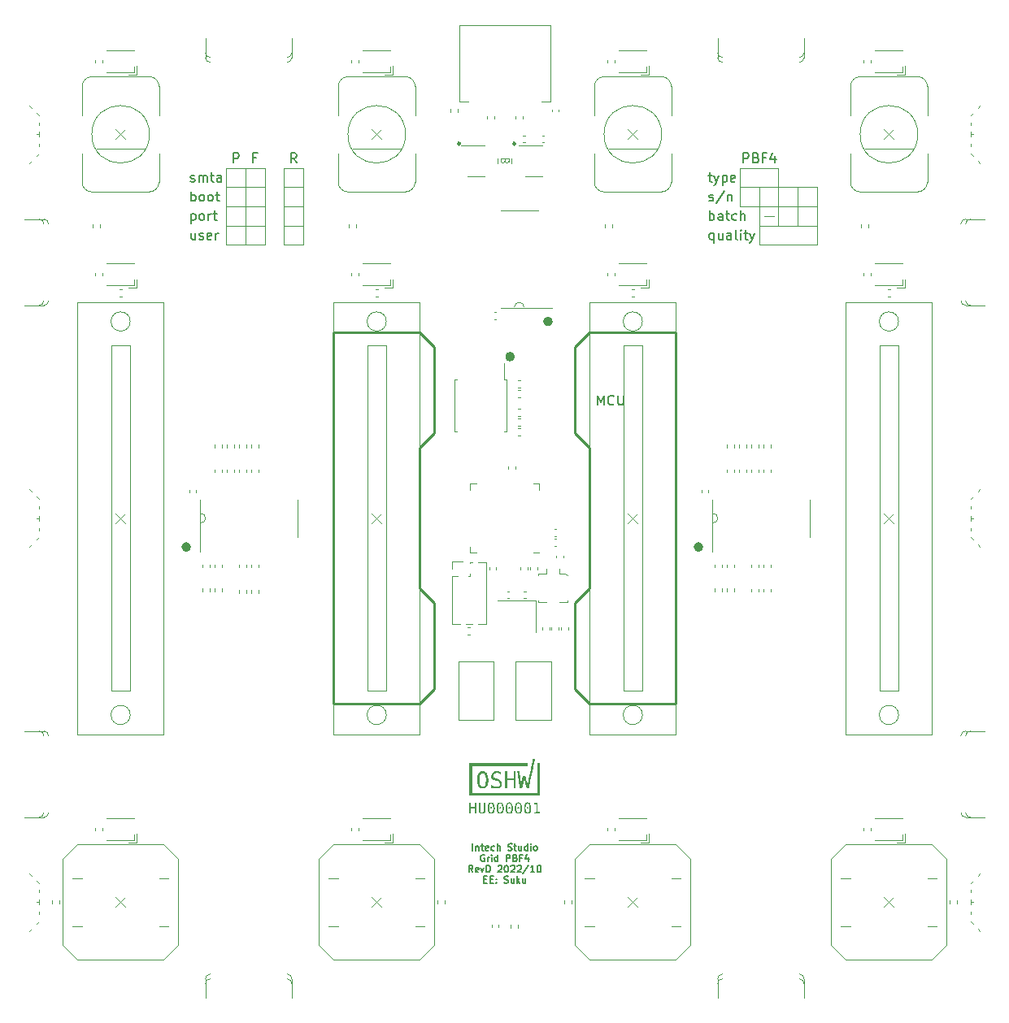
<source format=gbr>
%TF.GenerationSoftware,KiCad,Pcbnew,6.0.7-f9a2dced07~116~ubuntu22.04.1*%
%TF.CreationDate,2022-11-18T16:56:15+01:00*%
%TF.ProjectId,edge_plating_test,65646765-5f70-46c6-9174-696e675f7465,rev?*%
%TF.SameCoordinates,Original*%
%TF.FileFunction,Legend,Top*%
%TF.FilePolarity,Positive*%
%FSLAX46Y46*%
G04 Gerber Fmt 4.6, Leading zero omitted, Abs format (unit mm)*
G04 Created by KiCad (PCBNEW 6.0.7-f9a2dced07~116~ubuntu22.04.1) date 2022-11-18 16:56:15*
%MOMM*%
%LPD*%
G01*
G04 APERTURE LIST*
%ADD10C,0.120000*%
%ADD11C,0.240000*%
%ADD12C,0.150000*%
%ADD13C,0.175000*%
%ADD14C,0.500000*%
%ADD15C,0.250000*%
G04 APERTURE END LIST*
D10*
X71000000Y-65500000D02*
X73000000Y-65500000D01*
X130500000Y-69500000D02*
X128500000Y-69500000D01*
X71000000Y-65500000D02*
X71000000Y-67500000D01*
X127000000Y-68500000D02*
X128000000Y-68500000D01*
X130500000Y-67500000D02*
X132500000Y-67500000D01*
X73000000Y-63500000D02*
X71000000Y-63500000D01*
X132500000Y-69500000D02*
X132500000Y-71500000D01*
X75000000Y-67500000D02*
X73000000Y-67500000D01*
X71000000Y-71500000D02*
X73000000Y-71500000D01*
X73000000Y-65500000D02*
X73000000Y-67500000D01*
X73000000Y-67500000D02*
X73000000Y-65500000D01*
X128500000Y-69500000D02*
X130500000Y-69500000D01*
X75000000Y-67500000D02*
X75000000Y-65500000D01*
X73000000Y-69500000D02*
X75000000Y-69500000D01*
X73000000Y-65500000D02*
X73000000Y-63500000D01*
X128500000Y-63500000D02*
X128500000Y-65500000D01*
X132500000Y-65500000D02*
X130500000Y-65500000D01*
X77000000Y-67500000D02*
X77000000Y-69500000D01*
X73000000Y-69500000D02*
X71000000Y-69500000D01*
X124500000Y-65500000D02*
X124500000Y-67500000D01*
X75000000Y-71500000D02*
X75000000Y-69500000D01*
X79000000Y-65500000D02*
X77000000Y-65500000D01*
X128500000Y-65500000D02*
X128500000Y-67500000D01*
X130500000Y-65500000D02*
X132500000Y-65500000D01*
X73000000Y-67500000D02*
X75000000Y-67500000D01*
X130500000Y-67500000D02*
X130500000Y-69500000D01*
X73000000Y-67500000D02*
X71000000Y-67500000D01*
X75000000Y-65500000D02*
X73000000Y-65500000D01*
X75000000Y-69500000D02*
X73000000Y-69500000D01*
X126500000Y-69500000D02*
X128500000Y-69500000D01*
X126500000Y-71500000D02*
X126500000Y-69500000D01*
X126500000Y-67500000D02*
X124500000Y-67500000D01*
X75000000Y-63500000D02*
X73000000Y-63500000D01*
X79000000Y-67500000D02*
X77000000Y-67500000D01*
X128500000Y-65500000D02*
X126500000Y-65500000D01*
X128500000Y-67500000D02*
X128500000Y-65500000D01*
X73000000Y-71500000D02*
X75000000Y-71500000D01*
X73000000Y-69500000D02*
X73000000Y-67500000D01*
X73000000Y-71500000D02*
X73000000Y-69500000D01*
X75000000Y-65500000D02*
X75000000Y-67500000D01*
X71000000Y-63500000D02*
X71000000Y-65500000D01*
X79000000Y-69500000D02*
X77000000Y-69500000D01*
X130500000Y-67500000D02*
X130500000Y-65500000D01*
X71000000Y-69500000D02*
X73000000Y-69500000D01*
X73000000Y-65500000D02*
X75000000Y-65500000D01*
X130500000Y-65500000D02*
X130500000Y-67500000D01*
X71000000Y-67500000D02*
X73000000Y-67500000D01*
X75000000Y-69500000D02*
X75000000Y-67500000D01*
X128500000Y-67500000D02*
X126500000Y-67500000D01*
X73000000Y-71500000D02*
X71000000Y-71500000D01*
X132500000Y-69500000D02*
X132500000Y-67500000D01*
X132500000Y-67500000D02*
X132500000Y-69500000D01*
X79000000Y-67500000D02*
X79000000Y-65500000D01*
X77000000Y-67500000D02*
X79000000Y-67500000D01*
X128500000Y-65500000D02*
X126500000Y-65500000D01*
X75000000Y-69500000D02*
X75000000Y-71500000D01*
X126500000Y-67500000D02*
X128500000Y-67500000D01*
X77000000Y-69500000D02*
X79000000Y-69500000D01*
X132500000Y-67500000D02*
X132500000Y-65500000D01*
X128500000Y-67500000D02*
X128500000Y-69500000D01*
X73000000Y-67500000D02*
X71000000Y-67500000D01*
X130500000Y-67500000D02*
X130500000Y-65500000D01*
X71000000Y-69500000D02*
X71000000Y-71500000D01*
X77000000Y-63500000D02*
X77000000Y-65500000D01*
X79000000Y-71500000D02*
X79000000Y-69500000D01*
X130500000Y-67500000D02*
X128500000Y-67500000D01*
X126500000Y-69500000D02*
X130500000Y-69500000D01*
X77000000Y-71500000D02*
X79000000Y-71500000D01*
X128500000Y-71500000D02*
X126500000Y-71500000D01*
X77000000Y-65500000D02*
X77000000Y-67500000D01*
X130500000Y-69500000D02*
X132500000Y-69500000D01*
X79000000Y-63500000D02*
X77000000Y-63500000D01*
X73000000Y-67500000D02*
X73000000Y-69500000D01*
X132500000Y-67500000D02*
X130500000Y-67500000D01*
X75000000Y-67500000D02*
X73000000Y-67500000D01*
X126500000Y-67500000D02*
X126500000Y-65500000D01*
X124500000Y-65500000D02*
X124500000Y-63500000D01*
X79000000Y-69500000D02*
X79000000Y-67500000D01*
X130500000Y-69500000D02*
X130500000Y-67500000D01*
X75000000Y-71500000D02*
X73000000Y-71500000D01*
X130500000Y-65500000D02*
X128500000Y-65500000D01*
X79000000Y-65500000D02*
X79000000Y-63500000D01*
X128500000Y-67500000D02*
X128500000Y-69500000D01*
X77000000Y-69500000D02*
X77000000Y-71500000D01*
X128500000Y-71500000D02*
X126500000Y-71500000D01*
X73000000Y-69500000D02*
X73000000Y-71500000D01*
X71000000Y-67500000D02*
X71000000Y-69500000D01*
X75000000Y-67500000D02*
X75000000Y-69500000D01*
X132500000Y-71500000D02*
X128500000Y-71500000D01*
X128500000Y-69500000D02*
X128500000Y-67500000D01*
X128500000Y-67500000D02*
X130500000Y-67500000D01*
X130500000Y-71500000D02*
X128500000Y-71500000D01*
X124500000Y-67500000D02*
X126500000Y-67500000D01*
X126500000Y-65500000D02*
X126500000Y-67500000D01*
X126500000Y-67500000D02*
X126500000Y-69500000D01*
D11*
X92665000Y-82165000D02*
X92665000Y-91165000D01*
X91165000Y-92665000D01*
X91165000Y-107335000D01*
X92665000Y-108835000D01*
X92665000Y-117835000D01*
X91165000Y-119335000D01*
X82165000Y-119335000D01*
X82165000Y-80665000D01*
X91165000Y-80665000D01*
X92665000Y-82165000D01*
D10*
X73000000Y-65500000D02*
X71000000Y-65500000D01*
X126500000Y-65500000D02*
X124500000Y-65500000D01*
X128500000Y-69500000D02*
X126500000Y-69500000D01*
X126500000Y-65500000D02*
X124500000Y-65500000D01*
X71000000Y-67500000D02*
X73000000Y-67500000D01*
X130500000Y-67500000D02*
X130500000Y-69500000D01*
X75000000Y-65500000D02*
X75000000Y-63500000D01*
X132500000Y-69500000D02*
X130500000Y-69500000D01*
X77000000Y-65500000D02*
X79000000Y-65500000D01*
X124500000Y-63500000D02*
X128500000Y-63500000D01*
X73000000Y-67500000D02*
X75000000Y-67500000D01*
D11*
X117835000Y-119335000D02*
X108835000Y-119335000D01*
X107335000Y-117835000D01*
X107335000Y-108835000D01*
X108835000Y-107335000D01*
X108835000Y-92665000D01*
X107335000Y-91165000D01*
X107335000Y-82165000D01*
X108835000Y-80665000D01*
X117835000Y-80665000D01*
X117835000Y-119335000D01*
D10*
X73000000Y-63500000D02*
X73000000Y-65500000D01*
D12*
X67287976Y-64904761D02*
X67383214Y-64952380D01*
X67573690Y-64952380D01*
X67668928Y-64904761D01*
X67716547Y-64809523D01*
X67716547Y-64761904D01*
X67668928Y-64666666D01*
X67573690Y-64619047D01*
X67430833Y-64619047D01*
X67335595Y-64571428D01*
X67287976Y-64476190D01*
X67287976Y-64428571D01*
X67335595Y-64333333D01*
X67430833Y-64285714D01*
X67573690Y-64285714D01*
X67668928Y-64333333D01*
X68145119Y-64952380D02*
X68145119Y-64285714D01*
X68145119Y-64380952D02*
X68192738Y-64333333D01*
X68287976Y-64285714D01*
X68430833Y-64285714D01*
X68526071Y-64333333D01*
X68573690Y-64428571D01*
X68573690Y-64952380D01*
X68573690Y-64428571D02*
X68621309Y-64333333D01*
X68716547Y-64285714D01*
X68859404Y-64285714D01*
X68954642Y-64333333D01*
X69002261Y-64428571D01*
X69002261Y-64952380D01*
X69335595Y-64285714D02*
X69716547Y-64285714D01*
X69478452Y-63952380D02*
X69478452Y-64809523D01*
X69526071Y-64904761D01*
X69621309Y-64952380D01*
X69716547Y-64952380D01*
X70478452Y-64952380D02*
X70478452Y-64428571D01*
X70430833Y-64333333D01*
X70335595Y-64285714D01*
X70145119Y-64285714D01*
X70049880Y-64333333D01*
X70478452Y-64904761D02*
X70383214Y-64952380D01*
X70145119Y-64952380D01*
X70049880Y-64904761D01*
X70002261Y-64809523D01*
X70002261Y-64714285D01*
X70049880Y-64619047D01*
X70145119Y-64571428D01*
X70383214Y-64571428D01*
X70478452Y-64523809D01*
X109642857Y-88202380D02*
X109642857Y-87202380D01*
X109976190Y-87916666D01*
X110309523Y-87202380D01*
X110309523Y-88202380D01*
X111357142Y-88107142D02*
X111309523Y-88154761D01*
X111166666Y-88202380D01*
X111071428Y-88202380D01*
X110928571Y-88154761D01*
X110833333Y-88059523D01*
X110785714Y-87964285D01*
X110738095Y-87773809D01*
X110738095Y-87630952D01*
X110785714Y-87440476D01*
X110833333Y-87345238D01*
X110928571Y-87250000D01*
X111071428Y-87202380D01*
X111166666Y-87202380D01*
X111309523Y-87250000D01*
X111357142Y-87297619D01*
X111785714Y-87202380D02*
X111785714Y-88011904D01*
X111833333Y-88107142D01*
X111880952Y-88154761D01*
X111976190Y-88202380D01*
X112166666Y-88202380D01*
X112261904Y-88154761D01*
X112309523Y-88107142D01*
X112357142Y-88011904D01*
X112357142Y-87202380D01*
X121192738Y-64285714D02*
X121573690Y-64285714D01*
X121335595Y-63952380D02*
X121335595Y-64809523D01*
X121383214Y-64904761D01*
X121478452Y-64952380D01*
X121573690Y-64952380D01*
X121811785Y-64285714D02*
X122049880Y-64952380D01*
X122287976Y-64285714D02*
X122049880Y-64952380D01*
X121954642Y-65190476D01*
X121907023Y-65238095D01*
X121811785Y-65285714D01*
X122668928Y-64285714D02*
X122668928Y-65285714D01*
X122668928Y-64333333D02*
X122764166Y-64285714D01*
X122954642Y-64285714D01*
X123049880Y-64333333D01*
X123097500Y-64380952D01*
X123145119Y-64476190D01*
X123145119Y-64761904D01*
X123097500Y-64857142D01*
X123049880Y-64904761D01*
X122954642Y-64952380D01*
X122764166Y-64952380D01*
X122668928Y-64904761D01*
X123954642Y-64904761D02*
X123859404Y-64952380D01*
X123668928Y-64952380D01*
X123573690Y-64904761D01*
X123526071Y-64809523D01*
X123526071Y-64428571D01*
X123573690Y-64333333D01*
X123668928Y-64285714D01*
X123859404Y-64285714D01*
X123954642Y-64333333D01*
X124002261Y-64428571D01*
X124002261Y-64523809D01*
X123526071Y-64619047D01*
X78309523Y-62952380D02*
X77976190Y-62476190D01*
X77738095Y-62952380D02*
X77738095Y-61952380D01*
X78119047Y-61952380D01*
X78214285Y-62000000D01*
X78261904Y-62047619D01*
X78309523Y-62142857D01*
X78309523Y-62285714D01*
X78261904Y-62380952D01*
X78214285Y-62428571D01*
X78119047Y-62476190D01*
X77738095Y-62476190D01*
X74142857Y-62428571D02*
X73809523Y-62428571D01*
X73809523Y-62952380D02*
X73809523Y-61952380D01*
X74285714Y-61952380D01*
X124833333Y-62952380D02*
X124833333Y-61952380D01*
X125214285Y-61952380D01*
X125309523Y-62000000D01*
X125357142Y-62047619D01*
X125404761Y-62142857D01*
X125404761Y-62285714D01*
X125357142Y-62380952D01*
X125309523Y-62428571D01*
X125214285Y-62476190D01*
X124833333Y-62476190D01*
X126166666Y-62428571D02*
X126309523Y-62476190D01*
X126357142Y-62523809D01*
X126404761Y-62619047D01*
X126404761Y-62761904D01*
X126357142Y-62857142D01*
X126309523Y-62904761D01*
X126214285Y-62952380D01*
X125833333Y-62952380D01*
X125833333Y-61952380D01*
X126166666Y-61952380D01*
X126261904Y-62000000D01*
X126309523Y-62047619D01*
X126357142Y-62142857D01*
X126357142Y-62238095D01*
X126309523Y-62333333D01*
X126261904Y-62380952D01*
X126166666Y-62428571D01*
X125833333Y-62428571D01*
X127166666Y-62428571D02*
X126833333Y-62428571D01*
X126833333Y-62952380D02*
X126833333Y-61952380D01*
X127309523Y-61952380D01*
X128119047Y-62285714D02*
X128119047Y-62952380D01*
X127880952Y-61904761D02*
X127642857Y-62619047D01*
X128261904Y-62619047D01*
X67764166Y-70285714D02*
X67764166Y-70952380D01*
X67335595Y-70285714D02*
X67335595Y-70809523D01*
X67383214Y-70904761D01*
X67478452Y-70952380D01*
X67621309Y-70952380D01*
X67716547Y-70904761D01*
X67764166Y-70857142D01*
X68192738Y-70904761D02*
X68287976Y-70952380D01*
X68478452Y-70952380D01*
X68573690Y-70904761D01*
X68621309Y-70809523D01*
X68621309Y-70761904D01*
X68573690Y-70666666D01*
X68478452Y-70619047D01*
X68335595Y-70619047D01*
X68240357Y-70571428D01*
X68192738Y-70476190D01*
X68192738Y-70428571D01*
X68240357Y-70333333D01*
X68335595Y-70285714D01*
X68478452Y-70285714D01*
X68573690Y-70333333D01*
X69430833Y-70904761D02*
X69335595Y-70952380D01*
X69145119Y-70952380D01*
X69049880Y-70904761D01*
X69002261Y-70809523D01*
X69002261Y-70428571D01*
X69049880Y-70333333D01*
X69145119Y-70285714D01*
X69335595Y-70285714D01*
X69430833Y-70333333D01*
X69478452Y-70428571D01*
X69478452Y-70523809D01*
X69002261Y-70619047D01*
X69907023Y-70952380D02*
X69907023Y-70285714D01*
X69907023Y-70476190D02*
X69954642Y-70380952D01*
X70002261Y-70333333D01*
X70097500Y-70285714D01*
X70192738Y-70285714D01*
X121335595Y-68952380D02*
X121335595Y-67952380D01*
X121335595Y-68333333D02*
X121430833Y-68285714D01*
X121621309Y-68285714D01*
X121716547Y-68333333D01*
X121764166Y-68380952D01*
X121811785Y-68476190D01*
X121811785Y-68761904D01*
X121764166Y-68857142D01*
X121716547Y-68904761D01*
X121621309Y-68952380D01*
X121430833Y-68952380D01*
X121335595Y-68904761D01*
X122668928Y-68952380D02*
X122668928Y-68428571D01*
X122621309Y-68333333D01*
X122526071Y-68285714D01*
X122335595Y-68285714D01*
X122240357Y-68333333D01*
X122668928Y-68904761D02*
X122573690Y-68952380D01*
X122335595Y-68952380D01*
X122240357Y-68904761D01*
X122192738Y-68809523D01*
X122192738Y-68714285D01*
X122240357Y-68619047D01*
X122335595Y-68571428D01*
X122573690Y-68571428D01*
X122668928Y-68523809D01*
X123002261Y-68285714D02*
X123383214Y-68285714D01*
X123145119Y-67952380D02*
X123145119Y-68809523D01*
X123192738Y-68904761D01*
X123287976Y-68952380D01*
X123383214Y-68952380D01*
X124145119Y-68904761D02*
X124049880Y-68952380D01*
X123859404Y-68952380D01*
X123764166Y-68904761D01*
X123716547Y-68857142D01*
X123668928Y-68761904D01*
X123668928Y-68476190D01*
X123716547Y-68380952D01*
X123764166Y-68333333D01*
X123859404Y-68285714D01*
X124049880Y-68285714D01*
X124145119Y-68333333D01*
X124573690Y-68952380D02*
X124573690Y-67952380D01*
X125002261Y-68952380D02*
X125002261Y-68428571D01*
X124954642Y-68333333D01*
X124859404Y-68285714D01*
X124716547Y-68285714D01*
X124621309Y-68333333D01*
X124573690Y-68380952D01*
X67335595Y-68285714D02*
X67335595Y-69285714D01*
X67335595Y-68333333D02*
X67430833Y-68285714D01*
X67621309Y-68285714D01*
X67716547Y-68333333D01*
X67764166Y-68380952D01*
X67811785Y-68476190D01*
X67811785Y-68761904D01*
X67764166Y-68857142D01*
X67716547Y-68904761D01*
X67621309Y-68952380D01*
X67430833Y-68952380D01*
X67335595Y-68904761D01*
X68383214Y-68952380D02*
X68287976Y-68904761D01*
X68240357Y-68857142D01*
X68192738Y-68761904D01*
X68192738Y-68476190D01*
X68240357Y-68380952D01*
X68287976Y-68333333D01*
X68383214Y-68285714D01*
X68526071Y-68285714D01*
X68621309Y-68333333D01*
X68668928Y-68380952D01*
X68716547Y-68476190D01*
X68716547Y-68761904D01*
X68668928Y-68857142D01*
X68621309Y-68904761D01*
X68526071Y-68952380D01*
X68383214Y-68952380D01*
X69145119Y-68952380D02*
X69145119Y-68285714D01*
X69145119Y-68476190D02*
X69192738Y-68380952D01*
X69240357Y-68333333D01*
X69335595Y-68285714D01*
X69430833Y-68285714D01*
X69621309Y-68285714D02*
X70002261Y-68285714D01*
X69764166Y-67952380D02*
X69764166Y-68809523D01*
X69811785Y-68904761D01*
X69907023Y-68952380D01*
X70002261Y-68952380D01*
X71738095Y-62952380D02*
X71738095Y-61952380D01*
X72119047Y-61952380D01*
X72214285Y-62000000D01*
X72261904Y-62047619D01*
X72309523Y-62142857D01*
X72309523Y-62285714D01*
X72261904Y-62380952D01*
X72214285Y-62428571D01*
X72119047Y-62476190D01*
X71738095Y-62476190D01*
D13*
X96650000Y-134626166D02*
X96650000Y-133926166D01*
X96983333Y-134159500D02*
X96983333Y-134626166D01*
X96983333Y-134226166D02*
X97016666Y-134192833D01*
X97083333Y-134159500D01*
X97183333Y-134159500D01*
X97250000Y-134192833D01*
X97283333Y-134259500D01*
X97283333Y-134626166D01*
X97516666Y-134159500D02*
X97783333Y-134159500D01*
X97616666Y-133926166D02*
X97616666Y-134526166D01*
X97650000Y-134592833D01*
X97716666Y-134626166D01*
X97783333Y-134626166D01*
X98283333Y-134592833D02*
X98216666Y-134626166D01*
X98083333Y-134626166D01*
X98016666Y-134592833D01*
X97983333Y-134526166D01*
X97983333Y-134259500D01*
X98016666Y-134192833D01*
X98083333Y-134159500D01*
X98216666Y-134159500D01*
X98283333Y-134192833D01*
X98316666Y-134259500D01*
X98316666Y-134326166D01*
X97983333Y-134392833D01*
X98916666Y-134592833D02*
X98850000Y-134626166D01*
X98716666Y-134626166D01*
X98650000Y-134592833D01*
X98616666Y-134559500D01*
X98583333Y-134492833D01*
X98583333Y-134292833D01*
X98616666Y-134226166D01*
X98650000Y-134192833D01*
X98716666Y-134159500D01*
X98850000Y-134159500D01*
X98916666Y-134192833D01*
X99216666Y-134626166D02*
X99216666Y-133926166D01*
X99516666Y-134626166D02*
X99516666Y-134259500D01*
X99483333Y-134192833D01*
X99416666Y-134159500D01*
X99316666Y-134159500D01*
X99250000Y-134192833D01*
X99216666Y-134226166D01*
X100350000Y-134592833D02*
X100450000Y-134626166D01*
X100616666Y-134626166D01*
X100683333Y-134592833D01*
X100716666Y-134559500D01*
X100750000Y-134492833D01*
X100750000Y-134426166D01*
X100716666Y-134359500D01*
X100683333Y-134326166D01*
X100616666Y-134292833D01*
X100483333Y-134259500D01*
X100416666Y-134226166D01*
X100383333Y-134192833D01*
X100350000Y-134126166D01*
X100350000Y-134059500D01*
X100383333Y-133992833D01*
X100416666Y-133959500D01*
X100483333Y-133926166D01*
X100650000Y-133926166D01*
X100750000Y-133959500D01*
X100950000Y-134159500D02*
X101216666Y-134159500D01*
X101050000Y-133926166D02*
X101050000Y-134526166D01*
X101083333Y-134592833D01*
X101150000Y-134626166D01*
X101216666Y-134626166D01*
X101750000Y-134159500D02*
X101750000Y-134626166D01*
X101450000Y-134159500D02*
X101450000Y-134526166D01*
X101483333Y-134592833D01*
X101550000Y-134626166D01*
X101650000Y-134626166D01*
X101716666Y-134592833D01*
X101750000Y-134559500D01*
X102383333Y-134626166D02*
X102383333Y-133926166D01*
X102383333Y-134592833D02*
X102316666Y-134626166D01*
X102183333Y-134626166D01*
X102116666Y-134592833D01*
X102083333Y-134559500D01*
X102050000Y-134492833D01*
X102050000Y-134292833D01*
X102083333Y-134226166D01*
X102116666Y-134192833D01*
X102183333Y-134159500D01*
X102316666Y-134159500D01*
X102383333Y-134192833D01*
X102716666Y-134626166D02*
X102716666Y-134159500D01*
X102716666Y-133926166D02*
X102683333Y-133959500D01*
X102716666Y-133992833D01*
X102750000Y-133959500D01*
X102716666Y-133926166D01*
X102716666Y-133992833D01*
X103150000Y-134626166D02*
X103083333Y-134592833D01*
X103050000Y-134559500D01*
X103016666Y-134492833D01*
X103016666Y-134292833D01*
X103050000Y-134226166D01*
X103083333Y-134192833D01*
X103150000Y-134159500D01*
X103250000Y-134159500D01*
X103316666Y-134192833D01*
X103350000Y-134226166D01*
X103383333Y-134292833D01*
X103383333Y-134492833D01*
X103350000Y-134559500D01*
X103316666Y-134592833D01*
X103250000Y-134626166D01*
X103150000Y-134626166D01*
X97883333Y-135086500D02*
X97816666Y-135053166D01*
X97716666Y-135053166D01*
X97616666Y-135086500D01*
X97550000Y-135153166D01*
X97516666Y-135219833D01*
X97483333Y-135353166D01*
X97483333Y-135453166D01*
X97516666Y-135586500D01*
X97550000Y-135653166D01*
X97616666Y-135719833D01*
X97716666Y-135753166D01*
X97783333Y-135753166D01*
X97883333Y-135719833D01*
X97916666Y-135686500D01*
X97916666Y-135453166D01*
X97783333Y-135453166D01*
X98216666Y-135753166D02*
X98216666Y-135286500D01*
X98216666Y-135419833D02*
X98250000Y-135353166D01*
X98283333Y-135319833D01*
X98350000Y-135286500D01*
X98416666Y-135286500D01*
X98650000Y-135753166D02*
X98650000Y-135286500D01*
X98650000Y-135053166D02*
X98616666Y-135086500D01*
X98650000Y-135119833D01*
X98683333Y-135086500D01*
X98650000Y-135053166D01*
X98650000Y-135119833D01*
X99283333Y-135753166D02*
X99283333Y-135053166D01*
X99283333Y-135719833D02*
X99216666Y-135753166D01*
X99083333Y-135753166D01*
X99016666Y-135719833D01*
X98983333Y-135686500D01*
X98950000Y-135619833D01*
X98950000Y-135419833D01*
X98983333Y-135353166D01*
X99016666Y-135319833D01*
X99083333Y-135286500D01*
X99216666Y-135286500D01*
X99283333Y-135319833D01*
X100150000Y-135753166D02*
X100150000Y-135053166D01*
X100416666Y-135053166D01*
X100483333Y-135086500D01*
X100516666Y-135119833D01*
X100550000Y-135186500D01*
X100550000Y-135286500D01*
X100516666Y-135353166D01*
X100483333Y-135386500D01*
X100416666Y-135419833D01*
X100150000Y-135419833D01*
X101083333Y-135386500D02*
X101183333Y-135419833D01*
X101216666Y-135453166D01*
X101250000Y-135519833D01*
X101250000Y-135619833D01*
X101216666Y-135686500D01*
X101183333Y-135719833D01*
X101116666Y-135753166D01*
X100850000Y-135753166D01*
X100850000Y-135053166D01*
X101083333Y-135053166D01*
X101150000Y-135086500D01*
X101183333Y-135119833D01*
X101216666Y-135186500D01*
X101216666Y-135253166D01*
X101183333Y-135319833D01*
X101150000Y-135353166D01*
X101083333Y-135386500D01*
X100850000Y-135386500D01*
X101783333Y-135386500D02*
X101550000Y-135386500D01*
X101550000Y-135753166D02*
X101550000Y-135053166D01*
X101883333Y-135053166D01*
X102450000Y-135286500D02*
X102450000Y-135753166D01*
X102283333Y-135019833D02*
X102116666Y-135519833D01*
X102550000Y-135519833D01*
X96666666Y-136880166D02*
X96433333Y-136546833D01*
X96266666Y-136880166D02*
X96266666Y-136180166D01*
X96533333Y-136180166D01*
X96600000Y-136213500D01*
X96633333Y-136246833D01*
X96666666Y-136313500D01*
X96666666Y-136413500D01*
X96633333Y-136480166D01*
X96600000Y-136513500D01*
X96533333Y-136546833D01*
X96266666Y-136546833D01*
X97233333Y-136846833D02*
X97166666Y-136880166D01*
X97033333Y-136880166D01*
X96966666Y-136846833D01*
X96933333Y-136780166D01*
X96933333Y-136513500D01*
X96966666Y-136446833D01*
X97033333Y-136413500D01*
X97166666Y-136413500D01*
X97233333Y-136446833D01*
X97266666Y-136513500D01*
X97266666Y-136580166D01*
X96933333Y-136646833D01*
X97500000Y-136413500D02*
X97666666Y-136880166D01*
X97833333Y-136413500D01*
X98100000Y-136880166D02*
X98100000Y-136180166D01*
X98266666Y-136180166D01*
X98366666Y-136213500D01*
X98433333Y-136280166D01*
X98466666Y-136346833D01*
X98500000Y-136480166D01*
X98500000Y-136580166D01*
X98466666Y-136713500D01*
X98433333Y-136780166D01*
X98366666Y-136846833D01*
X98266666Y-136880166D01*
X98100000Y-136880166D01*
X99300000Y-136246833D02*
X99333333Y-136213500D01*
X99400000Y-136180166D01*
X99566666Y-136180166D01*
X99633333Y-136213500D01*
X99666666Y-136246833D01*
X99700000Y-136313500D01*
X99700000Y-136380166D01*
X99666666Y-136480166D01*
X99266666Y-136880166D01*
X99700000Y-136880166D01*
X100133333Y-136180166D02*
X100200000Y-136180166D01*
X100266666Y-136213500D01*
X100300000Y-136246833D01*
X100333333Y-136313500D01*
X100366666Y-136446833D01*
X100366666Y-136613500D01*
X100333333Y-136746833D01*
X100300000Y-136813500D01*
X100266666Y-136846833D01*
X100200000Y-136880166D01*
X100133333Y-136880166D01*
X100066666Y-136846833D01*
X100033333Y-136813500D01*
X100000000Y-136746833D01*
X99966666Y-136613500D01*
X99966666Y-136446833D01*
X100000000Y-136313500D01*
X100033333Y-136246833D01*
X100066666Y-136213500D01*
X100133333Y-136180166D01*
X100633333Y-136246833D02*
X100666666Y-136213500D01*
X100733333Y-136180166D01*
X100900000Y-136180166D01*
X100966666Y-136213500D01*
X101000000Y-136246833D01*
X101033333Y-136313500D01*
X101033333Y-136380166D01*
X101000000Y-136480166D01*
X100600000Y-136880166D01*
X101033333Y-136880166D01*
X101300000Y-136246833D02*
X101333333Y-136213500D01*
X101400000Y-136180166D01*
X101566666Y-136180166D01*
X101633333Y-136213500D01*
X101666666Y-136246833D01*
X101700000Y-136313500D01*
X101700000Y-136380166D01*
X101666666Y-136480166D01*
X101266666Y-136880166D01*
X101700000Y-136880166D01*
X102500000Y-136146833D02*
X101900000Y-137046833D01*
X103100000Y-136880166D02*
X102700000Y-136880166D01*
X102900000Y-136880166D02*
X102900000Y-136180166D01*
X102833333Y-136280166D01*
X102766666Y-136346833D01*
X102700000Y-136380166D01*
X103533333Y-136180166D02*
X103600000Y-136180166D01*
X103666666Y-136213500D01*
X103700000Y-136246833D01*
X103733333Y-136313500D01*
X103766666Y-136446833D01*
X103766666Y-136613500D01*
X103733333Y-136746833D01*
X103700000Y-136813500D01*
X103666666Y-136846833D01*
X103600000Y-136880166D01*
X103533333Y-136880166D01*
X103466666Y-136846833D01*
X103433333Y-136813500D01*
X103400000Y-136746833D01*
X103366666Y-136613500D01*
X103366666Y-136446833D01*
X103400000Y-136313500D01*
X103433333Y-136246833D01*
X103466666Y-136213500D01*
X103533333Y-136180166D01*
X97850000Y-137640500D02*
X98083333Y-137640500D01*
X98183333Y-138007166D02*
X97850000Y-138007166D01*
X97850000Y-137307166D01*
X98183333Y-137307166D01*
X98483333Y-137640500D02*
X98716666Y-137640500D01*
X98816666Y-138007166D02*
X98483333Y-138007166D01*
X98483333Y-137307166D01*
X98816666Y-137307166D01*
X99116666Y-137940500D02*
X99150000Y-137973833D01*
X99116666Y-138007166D01*
X99083333Y-137973833D01*
X99116666Y-137940500D01*
X99116666Y-138007166D01*
X99116666Y-137573833D02*
X99150000Y-137607166D01*
X99116666Y-137640500D01*
X99083333Y-137607166D01*
X99116666Y-137573833D01*
X99116666Y-137640500D01*
X99950000Y-137973833D02*
X100050000Y-138007166D01*
X100216666Y-138007166D01*
X100283333Y-137973833D01*
X100316666Y-137940500D01*
X100350000Y-137873833D01*
X100350000Y-137807166D01*
X100316666Y-137740500D01*
X100283333Y-137707166D01*
X100216666Y-137673833D01*
X100083333Y-137640500D01*
X100016666Y-137607166D01*
X99983333Y-137573833D01*
X99950000Y-137507166D01*
X99950000Y-137440500D01*
X99983333Y-137373833D01*
X100016666Y-137340500D01*
X100083333Y-137307166D01*
X100250000Y-137307166D01*
X100350000Y-137340500D01*
X100950000Y-137540500D02*
X100950000Y-138007166D01*
X100650000Y-137540500D02*
X100650000Y-137907166D01*
X100683333Y-137973833D01*
X100750000Y-138007166D01*
X100850000Y-138007166D01*
X100916666Y-137973833D01*
X100950000Y-137940500D01*
X101283333Y-138007166D02*
X101283333Y-137307166D01*
X101350000Y-137740500D02*
X101550000Y-138007166D01*
X101550000Y-137540500D02*
X101283333Y-137807166D01*
X102150000Y-137540500D02*
X102150000Y-138007166D01*
X101850000Y-137540500D02*
X101850000Y-137907166D01*
X101883333Y-137973833D01*
X101950000Y-138007166D01*
X102050000Y-138007166D01*
X102116666Y-137973833D01*
X102150000Y-137940500D01*
D12*
X121287976Y-66904761D02*
X121383214Y-66952380D01*
X121573690Y-66952380D01*
X121668928Y-66904761D01*
X121716547Y-66809523D01*
X121716547Y-66761904D01*
X121668928Y-66666666D01*
X121573690Y-66619047D01*
X121430833Y-66619047D01*
X121335595Y-66571428D01*
X121287976Y-66476190D01*
X121287976Y-66428571D01*
X121335595Y-66333333D01*
X121430833Y-66285714D01*
X121573690Y-66285714D01*
X121668928Y-66333333D01*
X122859404Y-65904761D02*
X122002261Y-67190476D01*
X123192738Y-66285714D02*
X123192738Y-66952380D01*
X123192738Y-66380952D02*
X123240357Y-66333333D01*
X123335595Y-66285714D01*
X123478452Y-66285714D01*
X123573690Y-66333333D01*
X123621309Y-66428571D01*
X123621309Y-66952380D01*
X67335595Y-66952380D02*
X67335595Y-65952380D01*
X67335595Y-66333333D02*
X67430833Y-66285714D01*
X67621309Y-66285714D01*
X67716547Y-66333333D01*
X67764166Y-66380952D01*
X67811785Y-66476190D01*
X67811785Y-66761904D01*
X67764166Y-66857142D01*
X67716547Y-66904761D01*
X67621309Y-66952380D01*
X67430833Y-66952380D01*
X67335595Y-66904761D01*
X68383214Y-66952380D02*
X68287976Y-66904761D01*
X68240357Y-66857142D01*
X68192738Y-66761904D01*
X68192738Y-66476190D01*
X68240357Y-66380952D01*
X68287976Y-66333333D01*
X68383214Y-66285714D01*
X68526071Y-66285714D01*
X68621309Y-66333333D01*
X68668928Y-66380952D01*
X68716547Y-66476190D01*
X68716547Y-66761904D01*
X68668928Y-66857142D01*
X68621309Y-66904761D01*
X68526071Y-66952380D01*
X68383214Y-66952380D01*
X69287976Y-66952380D02*
X69192738Y-66904761D01*
X69145119Y-66857142D01*
X69097500Y-66761904D01*
X69097500Y-66476190D01*
X69145119Y-66380952D01*
X69192738Y-66333333D01*
X69287976Y-66285714D01*
X69430833Y-66285714D01*
X69526071Y-66333333D01*
X69573690Y-66380952D01*
X69621309Y-66476190D01*
X69621309Y-66761904D01*
X69573690Y-66857142D01*
X69526071Y-66904761D01*
X69430833Y-66952380D01*
X69287976Y-66952380D01*
X69907023Y-66285714D02*
X70287976Y-66285714D01*
X70049880Y-65952380D02*
X70049880Y-66809523D01*
X70097500Y-66904761D01*
X70192738Y-66952380D01*
X70287976Y-66952380D01*
X121764166Y-70285714D02*
X121764166Y-71285714D01*
X121764166Y-70904761D02*
X121668928Y-70952380D01*
X121478452Y-70952380D01*
X121383214Y-70904761D01*
X121335595Y-70857142D01*
X121287976Y-70761904D01*
X121287976Y-70476190D01*
X121335595Y-70380952D01*
X121383214Y-70333333D01*
X121478452Y-70285714D01*
X121668928Y-70285714D01*
X121764166Y-70333333D01*
X122668928Y-70285714D02*
X122668928Y-70952380D01*
X122240357Y-70285714D02*
X122240357Y-70809523D01*
X122287976Y-70904761D01*
X122383214Y-70952380D01*
X122526071Y-70952380D01*
X122621309Y-70904761D01*
X122668928Y-70857142D01*
X123573690Y-70952380D02*
X123573690Y-70428571D01*
X123526071Y-70333333D01*
X123430833Y-70285714D01*
X123240357Y-70285714D01*
X123145119Y-70333333D01*
X123573690Y-70904761D02*
X123478452Y-70952380D01*
X123240357Y-70952380D01*
X123145119Y-70904761D01*
X123097500Y-70809523D01*
X123097500Y-70714285D01*
X123145119Y-70619047D01*
X123240357Y-70571428D01*
X123478452Y-70571428D01*
X123573690Y-70523809D01*
X124192738Y-70952380D02*
X124097500Y-70904761D01*
X124049880Y-70809523D01*
X124049880Y-69952380D01*
X124573690Y-70952380D02*
X124573690Y-70285714D01*
X124573690Y-69952380D02*
X124526071Y-70000000D01*
X124573690Y-70047619D01*
X124621309Y-70000000D01*
X124573690Y-69952380D01*
X124573690Y-70047619D01*
X124907023Y-70285714D02*
X125287976Y-70285714D01*
X125049880Y-69952380D02*
X125049880Y-70809523D01*
X125097500Y-70904761D01*
X125192738Y-70952380D01*
X125287976Y-70952380D01*
X125526071Y-70285714D02*
X125764166Y-70952380D01*
X126002261Y-70285714D02*
X125764166Y-70952380D01*
X125668928Y-71190476D01*
X125621309Y-71238095D01*
X125526071Y-71285714D01*
%TO.C,LOGO701*%
G36*
X101060070Y-130053224D02*
G01*
X101067795Y-129974440D01*
X101079387Y-129913442D01*
X101109196Y-129823267D01*
X101145791Y-129751266D01*
X101192606Y-129690827D01*
X101197843Y-129685308D01*
X101249248Y-129642072D01*
X101306793Y-129615278D01*
X101376227Y-129603020D01*
X101447625Y-129602551D01*
X101528799Y-129612912D01*
X101593798Y-129637705D01*
X101648701Y-129679949D01*
X101682680Y-129719274D01*
X101723858Y-129789770D01*
X101756376Y-129879346D01*
X101779704Y-129983428D01*
X101793310Y-130097440D01*
X101796663Y-130216809D01*
X101789231Y-130336958D01*
X101770483Y-130453315D01*
X101768811Y-130460853D01*
X101735316Y-130566283D01*
X101686986Y-130652461D01*
X101624236Y-130718771D01*
X101569891Y-130754112D01*
X101511533Y-130774198D01*
X101441170Y-130783817D01*
X101369838Y-130782224D01*
X101315920Y-130771248D01*
X101239601Y-130734152D01*
X101176293Y-130676662D01*
X101125572Y-130598241D01*
X101087013Y-130498348D01*
X101079469Y-130470910D01*
X101067856Y-130407332D01*
X101060108Y-130326836D01*
X101056227Y-130236360D01*
X101056214Y-130144806D01*
X101216714Y-130144806D01*
X101216962Y-130284750D01*
X101227253Y-130402029D01*
X101247661Y-130496918D01*
X101278260Y-130569692D01*
X101319124Y-130620626D01*
X101350732Y-130641906D01*
X101403779Y-130660840D01*
X101452946Y-130659264D01*
X101496149Y-130643425D01*
X101533612Y-130616016D01*
X101566159Y-130575561D01*
X101568548Y-130571514D01*
X101591780Y-130524490D01*
X101608937Y-130473242D01*
X101620742Y-130413306D01*
X101627918Y-130340213D01*
X101631189Y-130249498D01*
X101631572Y-130182324D01*
X101629516Y-130074424D01*
X101623356Y-129987609D01*
X101612241Y-129918165D01*
X101595320Y-129862378D01*
X101571742Y-129816533D01*
X101540656Y-129776917D01*
X101538066Y-129774164D01*
X101508157Y-129745356D01*
X101482504Y-129731030D01*
X101449624Y-129726228D01*
X101426167Y-129725850D01*
X101384686Y-129727808D01*
X101355988Y-129736951D01*
X101328331Y-129758180D01*
X101312986Y-129773092D01*
X101282196Y-129809168D01*
X101258663Y-129850513D01*
X101241362Y-129901075D01*
X101229271Y-129964803D01*
X101221368Y-130045647D01*
X101216714Y-130144806D01*
X101056214Y-130144806D01*
X101056214Y-130142843D01*
X101060070Y-130053224D01*
G37*
G36*
X100522427Y-130099022D02*
G01*
X100554461Y-130126380D01*
X100571939Y-130164417D01*
X100572440Y-130206947D01*
X100553540Y-130247785D01*
X100544587Y-130257930D01*
X100504107Y-130283341D01*
X100459078Y-130288196D01*
X100417139Y-130272398D01*
X100402377Y-130259682D01*
X100378041Y-130218539D01*
X100374731Y-130175058D01*
X100389846Y-130135108D01*
X100420782Y-130104558D01*
X100464939Y-130089276D01*
X100478259Y-130088528D01*
X100522427Y-130099022D01*
G37*
G36*
X99571959Y-130099022D02*
G01*
X99603993Y-130126380D01*
X99621471Y-130164417D01*
X99621972Y-130206947D01*
X99603073Y-130247785D01*
X99594119Y-130257930D01*
X99553639Y-130283341D01*
X99508611Y-130288196D01*
X99466672Y-130272398D01*
X99451910Y-130259682D01*
X99427574Y-130218539D01*
X99424264Y-130175058D01*
X99439378Y-130135108D01*
X99470314Y-130104558D01*
X99514471Y-130089276D01*
X99527791Y-130088528D01*
X99571959Y-130099022D01*
G37*
G36*
X103439193Y-130626293D02*
G01*
X103676810Y-130626293D01*
X103676810Y-130763861D01*
X103037689Y-130763861D01*
X103041469Y-130698203D01*
X103045249Y-130632546D01*
X103167184Y-130628966D01*
X103289119Y-130625387D01*
X103289119Y-130194378D01*
X103288777Y-130074495D01*
X103287778Y-129971946D01*
X103286163Y-129888188D01*
X103283972Y-129824679D01*
X103281247Y-129782877D01*
X103278027Y-129764240D01*
X103277097Y-129763368D01*
X103260168Y-129766055D01*
X103225245Y-129773232D01*
X103178662Y-129783570D01*
X103157804Y-129788380D01*
X103108191Y-129799632D01*
X103067562Y-129808258D01*
X103042296Y-129812930D01*
X103037888Y-129813393D01*
X103031169Y-129801857D01*
X103028386Y-129770697D01*
X103028992Y-129742407D01*
X103032743Y-129671421D01*
X103157804Y-129642959D01*
X103221273Y-129630301D01*
X103285815Y-129620393D01*
X103341191Y-129614699D01*
X103361029Y-129613896D01*
X103439193Y-129613294D01*
X103439193Y-130626293D01*
G37*
G36*
X100146948Y-126376874D02*
G01*
X100268883Y-126380453D01*
X100275519Y-127099557D01*
X100912950Y-127099557D01*
X100912950Y-126374200D01*
X101150567Y-126374200D01*
X101150567Y-128125062D01*
X100912950Y-128125062D01*
X100912950Y-127299656D01*
X100275136Y-127299656D01*
X100275136Y-128125062D01*
X100025013Y-128125062D01*
X100025013Y-126373294D01*
X100146948Y-126376874D01*
G37*
G36*
X98221173Y-130053224D02*
G01*
X98228898Y-129974440D01*
X98240490Y-129913442D01*
X98270298Y-129823267D01*
X98306894Y-129751266D01*
X98353709Y-129690827D01*
X98358946Y-129685308D01*
X98410351Y-129642072D01*
X98467896Y-129615278D01*
X98537330Y-129603020D01*
X98608728Y-129602551D01*
X98689902Y-129612912D01*
X98754901Y-129637705D01*
X98809804Y-129679949D01*
X98843783Y-129719274D01*
X98884961Y-129789770D01*
X98917479Y-129879346D01*
X98940807Y-129983428D01*
X98954413Y-130097440D01*
X98957766Y-130216809D01*
X98950334Y-130336958D01*
X98931586Y-130453315D01*
X98929914Y-130460853D01*
X98896419Y-130566283D01*
X98848089Y-130652461D01*
X98785339Y-130718771D01*
X98730993Y-130754112D01*
X98672636Y-130774198D01*
X98602272Y-130783817D01*
X98530941Y-130782224D01*
X98477023Y-130771248D01*
X98400704Y-130734152D01*
X98337396Y-130676662D01*
X98286675Y-130598241D01*
X98248116Y-130498348D01*
X98240571Y-130470910D01*
X98228958Y-130407332D01*
X98221211Y-130326836D01*
X98217330Y-130236360D01*
X98217317Y-130144806D01*
X98377817Y-130144806D01*
X98378065Y-130284750D01*
X98388356Y-130402029D01*
X98408764Y-130496918D01*
X98439363Y-130569692D01*
X98480227Y-130620626D01*
X98511835Y-130641906D01*
X98564882Y-130660840D01*
X98614049Y-130659264D01*
X98657252Y-130643425D01*
X98694715Y-130616016D01*
X98727262Y-130575561D01*
X98729651Y-130571514D01*
X98752883Y-130524490D01*
X98770040Y-130473242D01*
X98781845Y-130413306D01*
X98789021Y-130340213D01*
X98792292Y-130249498D01*
X98792675Y-130182324D01*
X98790619Y-130074424D01*
X98784459Y-129987609D01*
X98773344Y-129918165D01*
X98756423Y-129862378D01*
X98732845Y-129816533D01*
X98701759Y-129776917D01*
X98699169Y-129774164D01*
X98669260Y-129745356D01*
X98643607Y-129731030D01*
X98610727Y-129726228D01*
X98587270Y-129725850D01*
X98545789Y-129727808D01*
X98517091Y-129736951D01*
X98489434Y-129758180D01*
X98474089Y-129773092D01*
X98443299Y-129809168D01*
X98419766Y-129850513D01*
X98402465Y-129901075D01*
X98390374Y-129964803D01*
X98382471Y-130045647D01*
X98377817Y-130144806D01*
X98217317Y-130144806D01*
X98217317Y-130142843D01*
X98221173Y-130053224D01*
G37*
G36*
X100109602Y-130053224D02*
G01*
X100117327Y-129974440D01*
X100128920Y-129913442D01*
X100158728Y-129823267D01*
X100195323Y-129751266D01*
X100242139Y-129690827D01*
X100247376Y-129685308D01*
X100298780Y-129642072D01*
X100356326Y-129615278D01*
X100425760Y-129603020D01*
X100497157Y-129602551D01*
X100578332Y-129612912D01*
X100643330Y-129637705D01*
X100698234Y-129679949D01*
X100732212Y-129719274D01*
X100773390Y-129789770D01*
X100805908Y-129879346D01*
X100829236Y-129983428D01*
X100842842Y-130097440D01*
X100846195Y-130216809D01*
X100838763Y-130336958D01*
X100820015Y-130453315D01*
X100818343Y-130460853D01*
X100784848Y-130566283D01*
X100736518Y-130652461D01*
X100673769Y-130718771D01*
X100619423Y-130754112D01*
X100561066Y-130774198D01*
X100490702Y-130783817D01*
X100419370Y-130782224D01*
X100365453Y-130771248D01*
X100289133Y-130734152D01*
X100225825Y-130676662D01*
X100175104Y-130598241D01*
X100136546Y-130498348D01*
X100129001Y-130470910D01*
X100117388Y-130407332D01*
X100109640Y-130326836D01*
X100105760Y-130236360D01*
X100105746Y-130144806D01*
X100266246Y-130144806D01*
X100266494Y-130284750D01*
X100276785Y-130402029D01*
X100297193Y-130496918D01*
X100327792Y-130569692D01*
X100368656Y-130620626D01*
X100400264Y-130641906D01*
X100453311Y-130660840D01*
X100502478Y-130659264D01*
X100545681Y-130643425D01*
X100583144Y-130616016D01*
X100615692Y-130575561D01*
X100618080Y-130571514D01*
X100641313Y-130524490D01*
X100658470Y-130473242D01*
X100670275Y-130413306D01*
X100677451Y-130340213D01*
X100680721Y-130249498D01*
X100681105Y-130182324D01*
X100679048Y-130074424D01*
X100672888Y-129987609D01*
X100661773Y-129918165D01*
X100644852Y-129862378D01*
X100621274Y-129816533D01*
X100590188Y-129776917D01*
X100587598Y-129774164D01*
X100557689Y-129745356D01*
X100532036Y-129731030D01*
X100499156Y-129726228D01*
X100475699Y-129725850D01*
X100434218Y-129727808D01*
X100405520Y-129736951D01*
X100377863Y-129758180D01*
X100362518Y-129773092D01*
X100331729Y-129809168D01*
X100308195Y-129850513D01*
X100290894Y-129901075D01*
X100278803Y-129964803D01*
X100270900Y-130045647D01*
X100266246Y-130144806D01*
X100105746Y-130144806D01*
X100105746Y-130142843D01*
X100109602Y-130053224D01*
G37*
G36*
X99203237Y-126351659D02*
G01*
X99314477Y-126361998D01*
X99425420Y-126381238D01*
X99528560Y-126408517D01*
X99577918Y-126426110D01*
X99593939Y-126433365D01*
X99604004Y-126443191D01*
X99609497Y-126460860D01*
X99611802Y-126491642D01*
X99612304Y-126540810D01*
X99612310Y-126557057D01*
X99611847Y-126607755D01*
X99610605Y-126647427D01*
X99608802Y-126670608D01*
X99607632Y-126674348D01*
X99595001Y-126668773D01*
X99567777Y-126654505D01*
X99546942Y-126643042D01*
X99445268Y-126595413D01*
X99340926Y-126563322D01*
X99237380Y-126546655D01*
X99138090Y-126545300D01*
X99046520Y-126559143D01*
X98966131Y-126588070D01*
X98900385Y-126631968D01*
X98869558Y-126665247D01*
X98833028Y-126732970D01*
X98816895Y-126810111D01*
X98822573Y-126889799D01*
X98822967Y-126891591D01*
X98836012Y-126936117D01*
X98855198Y-126973273D01*
X98883365Y-127004815D01*
X98923354Y-127032500D01*
X98978003Y-127058087D01*
X99050152Y-127083333D01*
X99142642Y-127109994D01*
X99200443Y-127125188D01*
X99270931Y-127144408D01*
X99338488Y-127164798D01*
X99396666Y-127184277D01*
X99439019Y-127200767D01*
X99448216Y-127205092D01*
X99542601Y-127264816D01*
X99615882Y-127337755D01*
X99668194Y-127424161D01*
X99699673Y-127524285D01*
X99710455Y-127638379D01*
X99709042Y-127687346D01*
X99692157Y-127803906D01*
X99656506Y-127904006D01*
X99602057Y-127987670D01*
X99528780Y-128054921D01*
X99436645Y-128105784D01*
X99325621Y-128140282D01*
X99195677Y-128158439D01*
X99099557Y-128161483D01*
X99015297Y-128158051D01*
X98929976Y-128149441D01*
X98861940Y-128138049D01*
X98801662Y-128123653D01*
X98740221Y-128106575D01*
X98689604Y-128090181D01*
X98683728Y-128088005D01*
X98611817Y-128060734D01*
X98611817Y-127936571D01*
X98612313Y-127884277D01*
X98613648Y-127842855D01*
X98615596Y-127817618D01*
X98617110Y-127812408D01*
X98629828Y-127817871D01*
X98659061Y-127832413D01*
X98699295Y-127853268D01*
X98714033Y-127861057D01*
X98807932Y-127906257D01*
X98894072Y-127936676D01*
X98982157Y-127955436D01*
X99024122Y-127960811D01*
X99130710Y-127964771D01*
X99227893Y-127953746D01*
X99312444Y-127928701D01*
X99381135Y-127890603D01*
X99430740Y-127840422D01*
X99432030Y-127838548D01*
X99466203Y-127768563D01*
X99481670Y-127691136D01*
X99478699Y-127612494D01*
X99457557Y-127538865D01*
X99418513Y-127476479D01*
X99416351Y-127474049D01*
X99390305Y-127448925D01*
X99359077Y-127427190D01*
X99318979Y-127407342D01*
X99266326Y-127387876D01*
X99197430Y-127367287D01*
X99108605Y-127344071D01*
X99081087Y-127337245D01*
X98949613Y-127300029D01*
X98841327Y-127258086D01*
X98754625Y-127209989D01*
X98687902Y-127154317D01*
X98639554Y-127089644D01*
X98607977Y-127014545D01*
X98591565Y-126927598D01*
X98589465Y-126900880D01*
X98593900Y-126783241D01*
X98620453Y-126675976D01*
X98667766Y-126580829D01*
X98734482Y-126499543D01*
X98819243Y-126433861D01*
X98920691Y-126385526D01*
X99009894Y-126361113D01*
X99099207Y-126351077D01*
X99203237Y-126351659D01*
G37*
G36*
X98633998Y-130099022D02*
G01*
X98666032Y-130126380D01*
X98683510Y-130164417D01*
X98684010Y-130206947D01*
X98665111Y-130247785D01*
X98656157Y-130257930D01*
X98615678Y-130283341D01*
X98570649Y-130288196D01*
X98528710Y-130272398D01*
X98513948Y-130259682D01*
X98489612Y-130218539D01*
X98486302Y-130175058D01*
X98501416Y-130135108D01*
X98532353Y-130104558D01*
X98576510Y-130089276D01*
X98589830Y-130088528D01*
X98633998Y-130099022D01*
G37*
G36*
X103689316Y-128925456D02*
G01*
X96310685Y-128925456D01*
X96310685Y-125511276D01*
X102376170Y-125511276D01*
X102376170Y-125823929D01*
X96610832Y-125823929D01*
X96610832Y-128625308D01*
X103389071Y-128625308D01*
X103392246Y-127071418D01*
X103395421Y-125517529D01*
X103542369Y-125514005D01*
X103689316Y-125510482D01*
X103689316Y-128925456D01*
G37*
G36*
X103102426Y-125073975D02*
G01*
X103136692Y-125075780D01*
X103154538Y-125079818D01*
X103160258Y-125086932D01*
X103158976Y-125095446D01*
X103155510Y-125110249D01*
X103147085Y-125147980D01*
X103134032Y-125207120D01*
X103116683Y-125286149D01*
X103095368Y-125383549D01*
X103070419Y-125497800D01*
X103042167Y-125627385D01*
X103010944Y-125770783D01*
X102977080Y-125926476D01*
X102940907Y-126092946D01*
X102902756Y-126268673D01*
X102862958Y-126452137D01*
X102832410Y-126593058D01*
X102791579Y-126781439D01*
X102752145Y-126963306D01*
X102714440Y-127137130D01*
X102678796Y-127301385D01*
X102645545Y-127454543D01*
X102615018Y-127595077D01*
X102587548Y-127721460D01*
X102563467Y-127832163D01*
X102543106Y-127925660D01*
X102526798Y-128000424D01*
X102514875Y-128054927D01*
X102507668Y-128087641D01*
X102505566Y-128096923D01*
X102500685Y-128110204D01*
X102490761Y-128118479D01*
X102470723Y-128122922D01*
X102435501Y-128124706D01*
X102384194Y-128125006D01*
X102269867Y-128124951D01*
X102158632Y-127634140D01*
X102134167Y-127526657D01*
X102111178Y-127426556D01*
X102090296Y-127336520D01*
X102072154Y-127259232D01*
X102057382Y-127197377D01*
X102046613Y-127153637D01*
X102040477Y-127130696D01*
X102039552Y-127128098D01*
X102035200Y-127136496D01*
X102026061Y-127166840D01*
X102012753Y-127216659D01*
X101995895Y-127283477D01*
X101976107Y-127364822D01*
X101954007Y-127458220D01*
X101930215Y-127561197D01*
X101920631Y-127603332D01*
X101896245Y-127710786D01*
X101873430Y-127810876D01*
X101852808Y-127900915D01*
X101834997Y-127978217D01*
X101820618Y-128040094D01*
X101810290Y-128083861D01*
X101804634Y-128106831D01*
X101803883Y-128109429D01*
X101790649Y-128117883D01*
X101757015Y-128122985D01*
X101700958Y-128125004D01*
X101686601Y-128125062D01*
X101626286Y-128123691D01*
X101588660Y-128119383D01*
X101571536Y-128111845D01*
X101570206Y-128109429D01*
X101567599Y-128094670D01*
X101561661Y-128057254D01*
X101552709Y-127999269D01*
X101541057Y-127922801D01*
X101527020Y-127829941D01*
X101510913Y-127722774D01*
X101493053Y-127603389D01*
X101473753Y-127473875D01*
X101453329Y-127336318D01*
X101444195Y-127274643D01*
X101423286Y-127133410D01*
X101403322Y-126998668D01*
X101384628Y-126872588D01*
X101367524Y-126757345D01*
X101352335Y-126655109D01*
X101339382Y-126568053D01*
X101328990Y-126498350D01*
X101321480Y-126448172D01*
X101317176Y-126419691D01*
X101316421Y-126414845D01*
X101309874Y-126374200D01*
X101423328Y-126374200D01*
X101473932Y-126375168D01*
X101514231Y-126377758D01*
X101538299Y-126381505D01*
X101542347Y-126383580D01*
X101544815Y-126397436D01*
X101549870Y-126433831D01*
X101557226Y-126490454D01*
X101566598Y-126564997D01*
X101577701Y-126655150D01*
X101590248Y-126758606D01*
X101603954Y-126873055D01*
X101618534Y-126996188D01*
X101626268Y-127062039D01*
X101641232Y-127188740D01*
X101655556Y-127307942D01*
X101668946Y-127417336D01*
X101681106Y-127514613D01*
X101691743Y-127597463D01*
X101700562Y-127663576D01*
X101707269Y-127710644D01*
X101711570Y-127736357D01*
X101712746Y-127740510D01*
X101717087Y-127730922D01*
X101725857Y-127699493D01*
X101738432Y-127648881D01*
X101754188Y-127581740D01*
X101772503Y-127500727D01*
X101792752Y-127408498D01*
X101814030Y-127309047D01*
X101907189Y-126868193D01*
X102033915Y-126864645D01*
X102091233Y-126863300D01*
X102128330Y-126863727D01*
X102149983Y-126866821D01*
X102160967Y-126873477D01*
X102166060Y-126884592D01*
X102167325Y-126889658D01*
X102171428Y-126908285D01*
X102180080Y-126948365D01*
X102192635Y-127006883D01*
X102208451Y-127080824D01*
X102226880Y-127167174D01*
X102247278Y-127262919D01*
X102265319Y-127347719D01*
X102291375Y-127468473D01*
X102313930Y-127569247D01*
X102332770Y-127649172D01*
X102347679Y-127707381D01*
X102358443Y-127743003D01*
X102364847Y-127755169D01*
X102365865Y-127754169D01*
X102369616Y-127739011D01*
X102378089Y-127700988D01*
X102390942Y-127641728D01*
X102407829Y-127562862D01*
X102428409Y-127466016D01*
X102452336Y-127352822D01*
X102479268Y-127224906D01*
X102508860Y-127083899D01*
X102540770Y-126931428D01*
X102574654Y-126769124D01*
X102610167Y-126598614D01*
X102645109Y-126430478D01*
X102681846Y-126253567D01*
X102717239Y-126083230D01*
X102750948Y-125921103D01*
X102782629Y-125768823D01*
X102811944Y-125628027D01*
X102838549Y-125500353D01*
X102862104Y-125387437D01*
X102882267Y-125290916D01*
X102898698Y-125212427D01*
X102911055Y-125153608D01*
X102918996Y-125116094D01*
X102922135Y-125101699D01*
X102926897Y-125088601D01*
X102936571Y-125080356D01*
X102956132Y-125075845D01*
X102990556Y-125073953D01*
X103044818Y-125073560D01*
X103047448Y-125073560D01*
X103102426Y-125073975D01*
G37*
G36*
X97118273Y-127133552D02*
G01*
X97121813Y-127087322D01*
X97140881Y-126927627D01*
X97169836Y-126789864D01*
X97209316Y-126672728D01*
X97259954Y-126574912D01*
X97322388Y-126495112D01*
X97397251Y-126432022D01*
X97457864Y-126396869D01*
X97497905Y-126378412D01*
X97533224Y-126366273D01*
X97571710Y-126358794D01*
X97621255Y-126354313D01*
X97671781Y-126351867D01*
X97737416Y-126350115D01*
X97786314Y-126351584D01*
X97826639Y-126357117D01*
X97866552Y-126367556D01*
X97886350Y-126374010D01*
X97982865Y-126417723D01*
X98065103Y-126479169D01*
X98133876Y-126559425D01*
X98189997Y-126659567D01*
X98234279Y-126780674D01*
X98255319Y-126863015D01*
X98265077Y-126922150D01*
X98273080Y-127000189D01*
X98279145Y-127091072D01*
X98283089Y-127188741D01*
X98284730Y-127287137D01*
X98283885Y-127380200D01*
X98280373Y-127461871D01*
X98275056Y-127518555D01*
X98248483Y-127668856D01*
X98210759Y-127797539D01*
X98161285Y-127905664D01*
X98099463Y-127994292D01*
X98024695Y-128064480D01*
X97937238Y-128116889D01*
X97896475Y-128134659D01*
X97860098Y-128146220D01*
X97820051Y-128153159D01*
X97768277Y-128157061D01*
X97724634Y-128158715D01*
X97654137Y-128159585D01*
X97600649Y-128156676D01*
X97556355Y-128149242D01*
X97521735Y-128139354D01*
X97428489Y-128098856D01*
X97348708Y-128042823D01*
X97281705Y-127970032D01*
X97226793Y-127879261D01*
X97183283Y-127769286D01*
X97150488Y-127638886D01*
X97127721Y-127486837D01*
X97122011Y-127428477D01*
X97115136Y-127325372D01*
X97114214Y-127255884D01*
X97370103Y-127255884D01*
X97372805Y-127405591D01*
X97381199Y-127532911D01*
X97395721Y-127639911D01*
X97416804Y-127728660D01*
X97444884Y-127801222D01*
X97480395Y-127859667D01*
X97502537Y-127885792D01*
X97536032Y-127915990D01*
X97570840Y-127939988D01*
X97580059Y-127944707D01*
X97628026Y-127957391D01*
X97689325Y-127961663D01*
X97753830Y-127957786D01*
X97811413Y-127946024D01*
X97832537Y-127938152D01*
X97889676Y-127899760D01*
X97937182Y-127840597D01*
X97975162Y-127760253D01*
X98003724Y-127658315D01*
X98022975Y-127534372D01*
X98033022Y-127388013D01*
X98033970Y-127218827D01*
X98032654Y-127168341D01*
X98025504Y-127028238D01*
X98013358Y-126910604D01*
X97995480Y-126813263D01*
X97971130Y-126734038D01*
X97939570Y-126670751D01*
X97900064Y-126621225D01*
X97851873Y-126583282D01*
X97830183Y-126570956D01*
X97765475Y-126549649D01*
X97691292Y-126544547D01*
X97617165Y-126555599D01*
X97571489Y-126572394D01*
X97518266Y-126607218D01*
X97473958Y-126656693D01*
X97438127Y-126722298D01*
X97410337Y-126805514D01*
X97390152Y-126907821D01*
X97377137Y-127030697D01*
X97370856Y-127175624D01*
X97370103Y-127255884D01*
X97114214Y-127255884D01*
X97113893Y-127231718D01*
X97118273Y-127133552D01*
G37*
G36*
X101472895Y-130099022D02*
G01*
X101504929Y-130126380D01*
X101522407Y-130164417D01*
X101522907Y-130206947D01*
X101504008Y-130247785D01*
X101495054Y-130257930D01*
X101454575Y-130283341D01*
X101409546Y-130288196D01*
X101367607Y-130272398D01*
X101352845Y-130259682D01*
X101328509Y-130218539D01*
X101325199Y-130175058D01*
X101340313Y-130135108D01*
X101371250Y-130104558D01*
X101415407Y-130089276D01*
X101428727Y-130088528D01*
X101472895Y-130099022D01*
G37*
G36*
X97438935Y-130088300D02*
G01*
X97442492Y-130563306D01*
X97480052Y-130600854D01*
X97528734Y-130633373D01*
X97590538Y-130651483D01*
X97657774Y-130654652D01*
X97722751Y-130642346D01*
X97768186Y-130620840D01*
X97785095Y-130608756D01*
X97798959Y-130595150D01*
X97810078Y-130577563D01*
X97818754Y-130553532D01*
X97825290Y-130520598D01*
X97829985Y-130476300D01*
X97833143Y-130418177D01*
X97835064Y-130343768D01*
X97836050Y-130250614D01*
X97836402Y-130136253D01*
X97836436Y-130063918D01*
X97836436Y-129613294D01*
X98001136Y-129613294D01*
X97995778Y-130072895D01*
X97993968Y-130205355D01*
X97991855Y-130314667D01*
X97989360Y-130402695D01*
X97986400Y-130471303D01*
X97982896Y-130522353D01*
X97978765Y-130557709D01*
X97973928Y-130579236D01*
X97973765Y-130579707D01*
X97938039Y-130646483D01*
X97883630Y-130704712D01*
X97816780Y-130747890D01*
X97808841Y-130751482D01*
X97751385Y-130769590D01*
X97682597Y-130781305D01*
X97612517Y-130785695D01*
X97551187Y-130781827D01*
X97530035Y-130777400D01*
X97440136Y-130741802D01*
X97368916Y-130690092D01*
X97316910Y-130622692D01*
X97305965Y-130601280D01*
X97299205Y-130585557D01*
X97293689Y-130568715D01*
X97289263Y-130548089D01*
X97285773Y-130521010D01*
X97283066Y-130484812D01*
X97280989Y-130436829D01*
X97279389Y-130374392D01*
X97278113Y-130294836D01*
X97277007Y-130195492D01*
X97275964Y-130079149D01*
X97272017Y-129613294D01*
X97435379Y-129613294D01*
X97438935Y-130088300D01*
G37*
G36*
X102423363Y-130099022D02*
G01*
X102455397Y-130126380D01*
X102472875Y-130164417D01*
X102473375Y-130206947D01*
X102454476Y-130247785D01*
X102445522Y-130257930D01*
X102405042Y-130283341D01*
X102360014Y-130288196D01*
X102318075Y-130272398D01*
X102303313Y-130259682D01*
X102278977Y-130218539D01*
X102275667Y-130175058D01*
X102290781Y-130135108D01*
X102321718Y-130104558D01*
X102365875Y-130089276D01*
X102379195Y-130088528D01*
X102423363Y-130099022D01*
G37*
G36*
X99159134Y-130053224D02*
G01*
X99166859Y-129974440D01*
X99178452Y-129913442D01*
X99208260Y-129823267D01*
X99244855Y-129751266D01*
X99291671Y-129690827D01*
X99296908Y-129685308D01*
X99348312Y-129642072D01*
X99405858Y-129615278D01*
X99475292Y-129603020D01*
X99546689Y-129602551D01*
X99627864Y-129612912D01*
X99692862Y-129637705D01*
X99747766Y-129679949D01*
X99781745Y-129719274D01*
X99822922Y-129789770D01*
X99855441Y-129879346D01*
X99878769Y-129983428D01*
X99892374Y-130097440D01*
X99895727Y-130216809D01*
X99888295Y-130336958D01*
X99869547Y-130453315D01*
X99867876Y-130460853D01*
X99834381Y-130566283D01*
X99786050Y-130652461D01*
X99723301Y-130718771D01*
X99668955Y-130754112D01*
X99610598Y-130774198D01*
X99540234Y-130783817D01*
X99468902Y-130782224D01*
X99414985Y-130771248D01*
X99338665Y-130734152D01*
X99275357Y-130676662D01*
X99224636Y-130598241D01*
X99186078Y-130498348D01*
X99178533Y-130470910D01*
X99166920Y-130407332D01*
X99159173Y-130326836D01*
X99155292Y-130236360D01*
X99155279Y-130144806D01*
X99315779Y-130144806D01*
X99316027Y-130284750D01*
X99326318Y-130402029D01*
X99346725Y-130496918D01*
X99377324Y-130569692D01*
X99418189Y-130620626D01*
X99449797Y-130641906D01*
X99502843Y-130660840D01*
X99552010Y-130659264D01*
X99595213Y-130643425D01*
X99632676Y-130616016D01*
X99665224Y-130575561D01*
X99667613Y-130571514D01*
X99690845Y-130524490D01*
X99708002Y-130473242D01*
X99719807Y-130413306D01*
X99726983Y-130340213D01*
X99730254Y-130249498D01*
X99730637Y-130182324D01*
X99728581Y-130074424D01*
X99722420Y-129987609D01*
X99711305Y-129918165D01*
X99694384Y-129862378D01*
X99670806Y-129816533D01*
X99639720Y-129776917D01*
X99637130Y-129774164D01*
X99607221Y-129745356D01*
X99581568Y-129731030D01*
X99548689Y-129726228D01*
X99525232Y-129725850D01*
X99483750Y-129727808D01*
X99455053Y-129736951D01*
X99427395Y-129758180D01*
X99412050Y-129773092D01*
X99381261Y-129809168D01*
X99357727Y-129850513D01*
X99340426Y-129901075D01*
X99328336Y-129964803D01*
X99320432Y-130045647D01*
X99315779Y-130144806D01*
X99155279Y-130144806D01*
X99155279Y-130142843D01*
X99159134Y-130053224D01*
G37*
G36*
X102010537Y-130053224D02*
G01*
X102018263Y-129974440D01*
X102029855Y-129913442D01*
X102059663Y-129823267D01*
X102096259Y-129751266D01*
X102143074Y-129690827D01*
X102148311Y-129685308D01*
X102199716Y-129642072D01*
X102257261Y-129615278D01*
X102326695Y-129603020D01*
X102398093Y-129602551D01*
X102479267Y-129612912D01*
X102544266Y-129637705D01*
X102599169Y-129679949D01*
X102633148Y-129719274D01*
X102674326Y-129789770D01*
X102706844Y-129879346D01*
X102730172Y-129983428D01*
X102743778Y-130097440D01*
X102747130Y-130216809D01*
X102739698Y-130336958D01*
X102720951Y-130453315D01*
X102719279Y-130460853D01*
X102685784Y-130566283D01*
X102637453Y-130652461D01*
X102574704Y-130718771D01*
X102520358Y-130754112D01*
X102462001Y-130774198D01*
X102391637Y-130783817D01*
X102320306Y-130782224D01*
X102266388Y-130771248D01*
X102190068Y-130734152D01*
X102126760Y-130676662D01*
X102076040Y-130598241D01*
X102037481Y-130498348D01*
X102029936Y-130470910D01*
X102018323Y-130407332D01*
X102010576Y-130326836D01*
X102006695Y-130236360D01*
X102006682Y-130144806D01*
X102167182Y-130144806D01*
X102167430Y-130284750D01*
X102177721Y-130402029D01*
X102198129Y-130496918D01*
X102228728Y-130569692D01*
X102269592Y-130620626D01*
X102301200Y-130641906D01*
X102354246Y-130660840D01*
X102403413Y-130659264D01*
X102446617Y-130643425D01*
X102484080Y-130616016D01*
X102516627Y-130575561D01*
X102519016Y-130571514D01*
X102542248Y-130524490D01*
X102559405Y-130473242D01*
X102571210Y-130413306D01*
X102578386Y-130340213D01*
X102581657Y-130249498D01*
X102582040Y-130182324D01*
X102579984Y-130074424D01*
X102573824Y-129987609D01*
X102562709Y-129918165D01*
X102545787Y-129862378D01*
X102522209Y-129816533D01*
X102491124Y-129776917D01*
X102488534Y-129774164D01*
X102458625Y-129745356D01*
X102432972Y-129731030D01*
X102400092Y-129726228D01*
X102376635Y-129725850D01*
X102335154Y-129727808D01*
X102306456Y-129736951D01*
X102278799Y-129758180D01*
X102263454Y-129773092D01*
X102232664Y-129809168D01*
X102209130Y-129850513D01*
X102191830Y-129901075D01*
X102179739Y-129964803D01*
X102171835Y-130045647D01*
X102167182Y-130144806D01*
X102006682Y-130144806D01*
X102006682Y-130142843D01*
X102010537Y-130053224D01*
G37*
G36*
X96473265Y-130088528D02*
G01*
X96898474Y-130088528D01*
X96898474Y-129613294D01*
X97048548Y-129613294D01*
X97048548Y-130763861D01*
X96898962Y-130763861D01*
X96895591Y-130491852D01*
X96892221Y-130219843D01*
X96473265Y-130212985D01*
X96473265Y-130763861D01*
X96310685Y-130763861D01*
X96310685Y-129613294D01*
X96473265Y-129613294D01*
X96473265Y-130088528D01*
G37*
D10*
%TO.C,C23*%
X69795000Y-104845164D02*
X69795000Y-105060836D01*
X70515000Y-104845164D02*
X70515000Y-105060836D01*
%TO.C,C20*%
X74325000Y-95154836D02*
X74325000Y-94939164D01*
X73605000Y-95154836D02*
X73605000Y-94939164D01*
%TO.C,REF\u002A\u002A*%
X50000000Y-131170000D02*
X52000000Y-131170000D01*
X50000000Y-122170000D02*
X52000000Y-122170000D01*
X52000000Y-122670000D02*
G75*
G03*
X51500000Y-122170000I-500001J-1D01*
G01*
X52000000Y-131170000D02*
G75*
G03*
X52500000Y-130670000I0J500000D01*
G01*
X51500000Y-131170000D02*
G75*
G03*
X52000000Y-130670000I0J500000D01*
G01*
X52500000Y-122670000D02*
G75*
G03*
X52000000Y-122170000I-500001J-1D01*
G01*
%TO.C,R8*%
X59841359Y-76125000D02*
X60148641Y-76125000D01*
X59841359Y-76885000D02*
X60148641Y-76885000D01*
%TO.C,D14*%
X85215000Y-133535000D02*
X88115000Y-133535000D01*
X85215000Y-131235000D02*
X88115000Y-131235000D01*
X88365000Y-133785000D02*
X88365000Y-132885000D01*
X88115000Y-132935000D02*
X88115000Y-133535000D01*
X87465000Y-133785000D02*
X88365000Y-133785000D01*
%TO.C,R26*%
X125655000Y-92660641D02*
X125655000Y-92353359D01*
X126415000Y-92660641D02*
X126415000Y-92353359D01*
%TO.C,R33*%
X86511359Y-76125000D02*
X86818641Y-76125000D01*
X86511359Y-76885000D02*
X86818641Y-76885000D01*
%TO.C,C705*%
X101392164Y-90360000D02*
X101607836Y-90360000D01*
X101392164Y-89640000D02*
X101607836Y-89640000D01*
%TO.C,REF\u002A\u002A*%
X150000000Y-68830000D02*
X148000000Y-68830000D01*
X150000000Y-77830000D02*
X148000000Y-77830000D01*
X148000000Y-77330000D02*
G75*
G03*
X148500000Y-77830000I500001J1D01*
G01*
X148000000Y-68830000D02*
G75*
G03*
X147500000Y-69330000I0J-500000D01*
G01*
X148500000Y-68830000D02*
G75*
G03*
X148000000Y-69330000I0J-500000D01*
G01*
X147500000Y-77330000D02*
G75*
G03*
X148000000Y-77830000I500001J1D01*
G01*
%TO.C,C602*%
X101892164Y-60860000D02*
X102107836Y-60860000D01*
X101892164Y-60140000D02*
X102107836Y-60140000D01*
%TO.C,C707*%
X106610000Y-111607836D02*
X106610000Y-111392164D01*
X105890000Y-111607836D02*
X105890000Y-111392164D01*
%TO.C,C35*%
X67128000Y-97098164D02*
X67128000Y-97313836D01*
X67848000Y-97098164D02*
X67848000Y-97313836D01*
%TO.C,C14*%
X84019000Y-132277164D02*
X84019000Y-132492836D01*
X84739000Y-132277164D02*
X84739000Y-132492836D01*
%TO.C,UI3*%
X110335000Y-53995000D02*
X116335000Y-53995000D01*
X109335000Y-54995000D02*
X109335000Y-57995000D01*
X109335000Y-61995000D02*
X109335000Y-64995000D01*
X110335000Y-65995000D02*
X116335000Y-65995000D01*
X117335000Y-64995000D02*
X117335000Y-61995000D01*
X117335000Y-57995000D02*
X117335000Y-54995000D01*
X116335000Y-59995000D02*
G75*
G03*
X116335000Y-59995000I-3000000J0D01*
G01*
X112835000Y-60495000D02*
X113835000Y-59495000D01*
X112835000Y-59495000D02*
X113835000Y-60495000D01*
X110835000Y-61495000D02*
X115835000Y-61495000D01*
X110335000Y-53995000D02*
G75*
G03*
X109335000Y-54995000I0J-1000000D01*
G01*
X117335000Y-54995000D02*
G75*
G03*
X116335000Y-53995000I-1000000J0D01*
G01*
X116335000Y-65995000D02*
G75*
G03*
X117335000Y-64995000I0J1000000D01*
G01*
X109335000Y-64995000D02*
G75*
G03*
X110335000Y-65995000I1000000J0D01*
G01*
%TO.C,C28*%
X127665000Y-95154836D02*
X127665000Y-94939164D01*
X126945000Y-95154836D02*
X126945000Y-94939164D01*
%TO.C,C1*%
X57349000Y-52267164D02*
X57349000Y-52482836D01*
X58069000Y-52267164D02*
X58069000Y-52482836D01*
%TO.C,R601*%
X95130000Y-57346359D02*
X95130000Y-57653641D01*
X94370000Y-57346359D02*
X94370000Y-57653641D01*
%TO.C,C16*%
X137359000Y-132277164D02*
X137359000Y-132492836D01*
X138079000Y-132277164D02*
X138079000Y-132492836D01*
%TO.C,R30*%
X127685000Y-107364759D02*
X127685000Y-107672041D01*
X126925000Y-107364759D02*
X126925000Y-107672041D01*
%TO.C,UI32*%
X139505000Y-139505000D02*
X140505000Y-140505000D01*
X139505000Y-140505000D02*
X140505000Y-139505000D01*
X145005000Y-142505000D02*
X144005000Y-142505000D01*
X145005000Y-137505000D02*
X144005000Y-137505000D01*
X135005000Y-142505000D02*
X136005000Y-142505000D01*
X135005000Y-137505000D02*
X136005000Y-137505000D01*
X134005000Y-144505000D02*
X134005000Y-135505000D01*
X135505000Y-146005000D02*
X134005000Y-144505000D01*
X144505000Y-146005000D02*
X135505000Y-146005000D01*
X146005000Y-144505000D02*
X144505000Y-146005000D01*
X146005000Y-135505000D02*
X146005000Y-144505000D01*
X144505000Y-134005000D02*
X146005000Y-135505000D01*
X135505000Y-134005000D02*
X144505000Y-134005000D01*
X134005000Y-135505000D02*
X135505000Y-134005000D01*
%TO.C,R603*%
X98880000Y-58096359D02*
X98880000Y-58403641D01*
X98120000Y-58096359D02*
X98120000Y-58403641D01*
%TO.C,U701*%
X97040000Y-103610000D02*
X96390000Y-103610000D01*
X97040000Y-96390000D02*
X96390000Y-96390000D01*
X96390000Y-103610000D02*
X96390000Y-102960000D01*
X102960000Y-96390000D02*
X103610000Y-96390000D01*
X96390000Y-96390000D02*
X96390000Y-97040000D01*
X102960000Y-103610000D02*
X103610000Y-103610000D01*
X103610000Y-96390000D02*
X103610000Y-97040000D01*
%TO.C,C715*%
X101640000Y-105142164D02*
X101640000Y-105357836D01*
X102360000Y-105142164D02*
X102360000Y-105357836D01*
%TO.C,R32*%
X126415000Y-107364759D02*
X126415000Y-107672041D01*
X125655000Y-107364759D02*
X125655000Y-107672041D01*
%TO.C,R17*%
X71045000Y-92660641D02*
X71045000Y-92353359D01*
X71805000Y-92660641D02*
X71805000Y-92353359D01*
%TO.C,R31*%
X123875000Y-107313959D02*
X123875000Y-107621241D01*
X123115000Y-107313959D02*
X123115000Y-107621241D01*
%TO.C,R16*%
X147116000Y-139851359D02*
X147116000Y-140158641D01*
X146356000Y-139851359D02*
X146356000Y-140158641D01*
%TO.C,C19*%
X70515000Y-95154836D02*
X70515000Y-94939164D01*
X69795000Y-95154836D02*
X69795000Y-94939164D01*
%TO.C,J601*%
X96190000Y-56570000D02*
X95250000Y-56570000D01*
X95250000Y-56570000D02*
X95250000Y-48600000D01*
X104750000Y-56570000D02*
X104750000Y-48600000D01*
X104750000Y-56570000D02*
X103810000Y-56570000D01*
X104750000Y-48600000D02*
X95250000Y-48600000D01*
%TO.C,R705*%
X105630000Y-111346359D02*
X105630000Y-111653641D01*
X104870000Y-111346359D02*
X104870000Y-111653641D01*
%TO.C,R23*%
X70535000Y-107339359D02*
X70535000Y-107646641D01*
X69775000Y-107339359D02*
X69775000Y-107646641D01*
%TO.C,UI4*%
X137005000Y-53995000D02*
X143005000Y-53995000D01*
X136005000Y-54995000D02*
X136005000Y-57995000D01*
X136005000Y-61995000D02*
X136005000Y-64995000D01*
X137005000Y-65995000D02*
X143005000Y-65995000D01*
X144005000Y-64995000D02*
X144005000Y-61995000D01*
X144005000Y-57995000D02*
X144005000Y-54995000D01*
X143005000Y-59995000D02*
G75*
G03*
X143005000Y-59995000I-3000000J0D01*
G01*
X139505000Y-60495000D02*
X140505000Y-59495000D01*
X139505000Y-59495000D02*
X140505000Y-60495000D01*
X137505000Y-61495000D02*
X142505000Y-61495000D01*
X137005000Y-53995000D02*
G75*
G03*
X136005000Y-54995000I0J-1000000D01*
G01*
X144005000Y-54995000D02*
G75*
G03*
X143005000Y-53995000I-1000000J0D01*
G01*
X143005000Y-65995000D02*
G75*
G03*
X144005000Y-64995000I0J1000000D01*
G01*
X136005000Y-64995000D02*
G75*
G03*
X137005000Y-65995000I1000000J0D01*
G01*
%TO.C,C706*%
X101392164Y-91360000D02*
X101607836Y-91360000D01*
X101392164Y-90640000D02*
X101607836Y-90640000D01*
%TO.C,UI31*%
X112835000Y-139505000D02*
X113835000Y-140505000D01*
X112835000Y-140505000D02*
X113835000Y-139505000D01*
X118335000Y-142505000D02*
X117335000Y-142505000D01*
X118335000Y-137505000D02*
X117335000Y-137505000D01*
X108335000Y-142505000D02*
X109335000Y-142505000D01*
X108335000Y-137505000D02*
X109335000Y-137505000D01*
X107335000Y-144505000D02*
X107335000Y-135505000D01*
X108835000Y-146005000D02*
X107335000Y-144505000D01*
X117835000Y-146005000D02*
X108835000Y-146005000D01*
X119335000Y-144505000D02*
X117835000Y-146005000D01*
X119335000Y-135505000D02*
X119335000Y-144505000D01*
X117835000Y-134005000D02*
X119335000Y-135505000D01*
X108835000Y-134005000D02*
X117835000Y-134005000D01*
X107335000Y-135505000D02*
X108835000Y-134005000D01*
%TO.C,UI30*%
X86165000Y-139505000D02*
X87165000Y-140505000D01*
X86165000Y-140505000D02*
X87165000Y-139505000D01*
X91665000Y-142505000D02*
X90665000Y-142505000D01*
X91665000Y-137505000D02*
X90665000Y-137505000D01*
X81665000Y-142505000D02*
X82665000Y-142505000D01*
X81665000Y-137505000D02*
X82665000Y-137505000D01*
X80665000Y-144505000D02*
X80665000Y-135505000D01*
X82165000Y-146005000D02*
X80665000Y-144505000D01*
X91165000Y-146005000D02*
X82165000Y-146005000D01*
X92665000Y-144505000D02*
X91165000Y-146005000D01*
X92665000Y-135505000D02*
X92665000Y-144505000D01*
X91165000Y-134005000D02*
X92665000Y-135505000D01*
X82165000Y-134005000D02*
X91165000Y-134005000D01*
X80665000Y-135505000D02*
X82165000Y-134005000D01*
%TO.C,U1*%
X78390000Y-100000000D02*
X78390000Y-101950000D01*
X68270000Y-100000000D02*
X68270000Y-98050000D01*
X68270000Y-100000000D02*
X68270000Y-103450000D01*
X78390000Y-100000000D02*
X78390000Y-98050000D01*
X68330000Y-100500000D02*
G75*
G03*
X68330000Y-99500000I0J500000D01*
G01*
D14*
X67080000Y-103000000D02*
G75*
G03*
X67080000Y-103000000I-250000J0D01*
G01*
D10*
%TO.C,C26*%
X125125000Y-95154836D02*
X125125000Y-94939164D01*
X124405000Y-95154836D02*
X124405000Y-94939164D01*
%TO.C,UI7*%
X112335000Y-118000000D02*
X112335000Y-82000000D01*
X114335000Y-118000000D02*
X112335000Y-118000000D01*
X114335000Y-82000000D02*
X114335000Y-118000000D01*
X112335000Y-82000000D02*
X114335000Y-82000000D01*
X112835000Y-99500000D02*
X113835000Y-100500000D01*
X112835000Y-100500000D02*
X113835000Y-99500000D01*
X114335000Y-120500000D02*
G75*
G03*
X114335000Y-120500000I-1000000J0D01*
G01*
X114335000Y-79500000D02*
G75*
G03*
X114335000Y-79500000I-1000000J0D01*
G01*
X108835000Y-122500000D02*
X108835000Y-77500000D01*
X117835000Y-122500000D02*
X108835000Y-122500000D01*
X117835000Y-77500000D02*
X117835000Y-122500000D01*
X108835000Y-77500000D02*
X117835000Y-77500000D01*
%TO.C,R21*%
X69265000Y-107339359D02*
X69265000Y-107646641D01*
X68505000Y-107339359D02*
X68505000Y-107646641D01*
%TO.C,R28*%
X126925000Y-92660641D02*
X126925000Y-92353359D01*
X127685000Y-92660641D02*
X127685000Y-92353359D01*
%TO.C,UI2*%
X83665000Y-53995000D02*
X89665000Y-53995000D01*
X82665000Y-54995000D02*
X82665000Y-57995000D01*
X82665000Y-61995000D02*
X82665000Y-64995000D01*
X83665000Y-65995000D02*
X89665000Y-65995000D01*
X90665000Y-64995000D02*
X90665000Y-61995000D01*
X90665000Y-57995000D02*
X90665000Y-54995000D01*
X89665000Y-59995000D02*
G75*
G03*
X89665000Y-59995000I-3000000J0D01*
G01*
X86165000Y-60495000D02*
X87165000Y-59495000D01*
X86165000Y-59495000D02*
X87165000Y-60495000D01*
X84165000Y-61495000D02*
X89165000Y-61495000D01*
X83665000Y-53995000D02*
G75*
G03*
X82665000Y-54995000I0J-1000000D01*
G01*
X90665000Y-54995000D02*
G75*
G03*
X89665000Y-53995000I-1000000J0D01*
G01*
X89665000Y-65995000D02*
G75*
G03*
X90665000Y-64995000I0J1000000D01*
G01*
X82665000Y-64995000D02*
G75*
G03*
X83665000Y-65995000I1000000J0D01*
G01*
%TO.C,C33*%
X99107836Y-78527500D02*
X98892164Y-78527500D01*
X99107836Y-79247500D02*
X98892164Y-79247500D01*
%TO.C,REF\u002A\u002A*%
X150000000Y-122170000D02*
X148000000Y-122170000D01*
X150000000Y-131170000D02*
X148000000Y-131170000D01*
X148000000Y-130670000D02*
G75*
G03*
X148500000Y-131170000I500001J1D01*
G01*
X148000000Y-122170000D02*
G75*
G03*
X147500000Y-122670000I0J-500000D01*
G01*
X148500000Y-122170000D02*
G75*
G03*
X148000000Y-122670000I0J-500000D01*
G01*
X147500000Y-130670000D02*
G75*
G03*
X148000000Y-131170000I500001J1D01*
G01*
%TO.C,C32*%
X125675000Y-104845164D02*
X125675000Y-105060836D01*
X126395000Y-104845164D02*
X126395000Y-105060836D01*
%TO.C,D7*%
X111885000Y-75750000D02*
X114785000Y-75750000D01*
X111885000Y-73450000D02*
X114785000Y-73450000D01*
X115035000Y-76000000D02*
X115035000Y-75100000D01*
X114785000Y-75150000D02*
X114785000Y-75750000D01*
X114135000Y-76000000D02*
X115035000Y-76000000D01*
%TO.C,C25*%
X126395000Y-95154836D02*
X126395000Y-94939164D01*
X125675000Y-95154836D02*
X125675000Y-94939164D01*
%TO.C,C21*%
X68525000Y-104845164D02*
X68525000Y-105060836D01*
X69245000Y-104845164D02*
X69245000Y-105060836D01*
%TO.C,R14*%
X93776000Y-139851359D02*
X93776000Y-140158641D01*
X93016000Y-139851359D02*
X93016000Y-140158641D01*
%TO.C,C701*%
X106110000Y-104107836D02*
X106110000Y-103892164D01*
X105390000Y-104107836D02*
X105390000Y-103892164D01*
%TO.C,R20*%
X73585000Y-92660641D02*
X73585000Y-92353359D01*
X74345000Y-92660641D02*
X74345000Y-92353359D01*
%TO.C,C13*%
X57349000Y-132277164D02*
X57349000Y-132492836D01*
X58069000Y-132277164D02*
X58069000Y-132492836D01*
%TO.C,C3*%
X110689000Y-52267164D02*
X110689000Y-52482836D01*
X111409000Y-52267164D02*
X111409000Y-52482836D01*
%TO.C,C29*%
X121865000Y-104845164D02*
X121865000Y-105060836D01*
X122585000Y-104845164D02*
X122585000Y-105060836D01*
%TO.C,D8*%
X138555000Y-75750000D02*
X141455000Y-75750000D01*
X138555000Y-73450000D02*
X141455000Y-73450000D01*
X141705000Y-76000000D02*
X141705000Y-75100000D01*
X141455000Y-75150000D02*
X141455000Y-75750000D01*
X140805000Y-76000000D02*
X141705000Y-76000000D01*
%TO.C,C2*%
X84019000Y-52267164D02*
X84019000Y-52482836D01*
X84739000Y-52267164D02*
X84739000Y-52482836D01*
%TO.C,R27*%
X123115000Y-92660641D02*
X123115000Y-92353359D01*
X123875000Y-92660641D02*
X123875000Y-92353359D01*
%TO.C,R703*%
X101346359Y-88620000D02*
X101653641Y-88620000D01*
X101346359Y-89380000D02*
X101653641Y-89380000D01*
%TO.C,R10*%
X83745000Y-69673641D02*
X83745000Y-69366359D01*
X84505000Y-69673641D02*
X84505000Y-69366359D01*
%TO.C,REF\u002A\u002A*%
X68830000Y-50000000D02*
X68830000Y-52000000D01*
X77830000Y-50000000D02*
X77830000Y-52000000D01*
X77330000Y-52000000D02*
G75*
G03*
X77830000Y-51500000I-1J500001D01*
G01*
X68830000Y-52000000D02*
G75*
G03*
X69330000Y-52500000I500000J0D01*
G01*
X68830000Y-51500000D02*
G75*
G03*
X69330000Y-52000000I500000J0D01*
G01*
X77330000Y-52500000D02*
G75*
G03*
X77830000Y-52000000I-1J500001D01*
G01*
%TO.C,C52*%
X120468000Y-97098164D02*
X120468000Y-97313836D01*
X121188000Y-97098164D02*
X121188000Y-97313836D01*
%TO.C,C18*%
X71785000Y-95154836D02*
X71785000Y-94939164D01*
X71065000Y-95154836D02*
X71065000Y-94939164D01*
%TO.C,D5*%
X58545000Y-75750000D02*
X61445000Y-75750000D01*
X58545000Y-73450000D02*
X61445000Y-73450000D01*
X61695000Y-76000000D02*
X61695000Y-75100000D01*
X61445000Y-75150000D02*
X61445000Y-75750000D01*
X60795000Y-76000000D02*
X61695000Y-76000000D01*
%TO.C,R24*%
X73075000Y-107466359D02*
X73075000Y-107773641D01*
X72315000Y-107466359D02*
X72315000Y-107773641D01*
%TO.C,SW701*%
X101150000Y-121060000D02*
X101150000Y-114940000D01*
X104850000Y-121060000D02*
X101150000Y-121060000D01*
X101150000Y-114940000D02*
X104850000Y-114940000D01*
X104850000Y-114940000D02*
X104850000Y-121060000D01*
%TO.C,D16*%
X138555000Y-133535000D02*
X141455000Y-133535000D01*
X138555000Y-131235000D02*
X141455000Y-131235000D01*
X141705000Y-133785000D02*
X141705000Y-132885000D01*
X141455000Y-132935000D02*
X141455000Y-133535000D01*
X140805000Y-133785000D02*
X141705000Y-133785000D01*
%TO.C,REF\u002A\u002A*%
X122170000Y-50000000D02*
X122170000Y-52000000D01*
X131170000Y-50000000D02*
X131170000Y-52000000D01*
X130670000Y-52000000D02*
G75*
G03*
X131170000Y-51500000I-1J500001D01*
G01*
X122170000Y-52000000D02*
G75*
G03*
X122670000Y-52500000I500000J0D01*
G01*
X122170000Y-51500000D02*
G75*
G03*
X122670000Y-52000000I500000J0D01*
G01*
X130670000Y-52500000D02*
G75*
G03*
X131170000Y-52000000I-1J500001D01*
G01*
%TO.C,D13*%
X58545000Y-133535000D02*
X61445000Y-133535000D01*
X58545000Y-131235000D02*
X61445000Y-131235000D01*
X61695000Y-133785000D02*
X61695000Y-132885000D01*
X61445000Y-132935000D02*
X61445000Y-133535000D01*
X60795000Y-133785000D02*
X61695000Y-133785000D01*
%TO.C,UI8*%
X139005000Y-118000000D02*
X139005000Y-82000000D01*
X141005000Y-118000000D02*
X139005000Y-118000000D01*
X141005000Y-82000000D02*
X141005000Y-118000000D01*
X139005000Y-82000000D02*
X141005000Y-82000000D01*
X139505000Y-99500000D02*
X140505000Y-100500000D01*
X139505000Y-100500000D02*
X140505000Y-99500000D01*
X141005000Y-120500000D02*
G75*
G03*
X141005000Y-120500000I-1000000J0D01*
G01*
X141005000Y-79500000D02*
G75*
G03*
X141005000Y-79500000I-1000000J0D01*
G01*
X135505000Y-122500000D02*
X135505000Y-77500000D01*
X144505000Y-122500000D02*
X135505000Y-122500000D01*
X144505000Y-77500000D02*
X144505000Y-122500000D01*
X135505000Y-77500000D02*
X144505000Y-77500000D01*
%TO.C,U3*%
X101500000Y-67940000D02*
X103450000Y-67940000D01*
X101500000Y-78060000D02*
X104950000Y-78060000D01*
X101500000Y-67940000D02*
X99550000Y-67940000D01*
X101500000Y-78060000D02*
X99550000Y-78060000D01*
X102000000Y-78000000D02*
G75*
G03*
X101000000Y-78000000I-500000J0D01*
G01*
D14*
X104750000Y-79500000D02*
G75*
G03*
X104750000Y-79500000I-250000J0D01*
G01*
D10*
%TO.C,D6*%
X85215000Y-75750000D02*
X88115000Y-75750000D01*
X85215000Y-73450000D02*
X88115000Y-73450000D01*
X88365000Y-76000000D02*
X88365000Y-75100000D01*
X88115000Y-75150000D02*
X88115000Y-75750000D01*
X87465000Y-76000000D02*
X88365000Y-76000000D01*
%TO.C,R702*%
X101653641Y-86380000D02*
X101346359Y-86380000D01*
X101653641Y-85620000D02*
X101346359Y-85620000D01*
%TO.C,C6*%
X84019000Y-74492164D02*
X84019000Y-74707836D01*
X84739000Y-74492164D02*
X84739000Y-74707836D01*
%TO.C,C5*%
X57349000Y-74492164D02*
X57349000Y-74707836D01*
X58069000Y-74492164D02*
X58069000Y-74707836D01*
%TO.C,UI1*%
X56995000Y-53995000D02*
X62995000Y-53995000D01*
X55995000Y-54995000D02*
X55995000Y-57995000D01*
X55995000Y-61995000D02*
X55995000Y-64995000D01*
X56995000Y-65995000D02*
X62995000Y-65995000D01*
X63995000Y-64995000D02*
X63995000Y-61995000D01*
X63995000Y-57995000D02*
X63995000Y-54995000D01*
X62995000Y-59995000D02*
G75*
G03*
X62995000Y-59995000I-3000000J0D01*
G01*
X59495000Y-60495000D02*
X60495000Y-59495000D01*
X59495000Y-59495000D02*
X60495000Y-60495000D01*
X57495000Y-61495000D02*
X62495000Y-61495000D01*
X56995000Y-53995000D02*
G75*
G03*
X55995000Y-54995000I0J-1000000D01*
G01*
X63995000Y-54995000D02*
G75*
G03*
X62995000Y-53995000I-1000000J0D01*
G01*
X62995000Y-65995000D02*
G75*
G03*
X63995000Y-64995000I0J1000000D01*
G01*
X55995000Y-64995000D02*
G75*
G03*
X56995000Y-65995000I1000000J0D01*
G01*
%TO.C,R19*%
X69775000Y-92660641D02*
X69775000Y-92353359D01*
X70535000Y-92660641D02*
X70535000Y-92353359D01*
%TO.C,R15*%
X106984000Y-139851359D02*
X106984000Y-140158641D01*
X106224000Y-139851359D02*
X106224000Y-140158641D01*
%TO.C,C714*%
X98390000Y-105142164D02*
X98390000Y-105357836D01*
X99110000Y-105142164D02*
X99110000Y-105357836D01*
%TO.C,R602*%
X101880000Y-58096359D02*
X101880000Y-58403641D01*
X101120000Y-58096359D02*
X101120000Y-58403641D01*
%TO.C,SW702*%
X95150000Y-121060000D02*
X95150000Y-114940000D01*
X98850000Y-121060000D02*
X95150000Y-121060000D01*
X95150000Y-114940000D02*
X98850000Y-114940000D01*
X98850000Y-114940000D02*
X98850000Y-121060000D01*
%TO.C,R706*%
X100620000Y-142653641D02*
X100620000Y-142346359D01*
X101380000Y-142653641D02*
X101380000Y-142346359D01*
%TO.C,C713*%
X101110000Y-94857836D02*
X101110000Y-94642164D01*
X100390000Y-94857836D02*
X100390000Y-94642164D01*
%TO.C,U602*%
X103900000Y-61140000D02*
X101450000Y-61140000D01*
X102100000Y-64360000D02*
X103900000Y-64360000D01*
D15*
X101093000Y-60972000D02*
G75*
G03*
X101093000Y-60972000I-125000J0D01*
G01*
D10*
%TO.C,D2*%
X85215000Y-53525000D02*
X88115000Y-53525000D01*
X85215000Y-51225000D02*
X88115000Y-51225000D01*
X88365000Y-53775000D02*
X88365000Y-52875000D01*
X88115000Y-52925000D02*
X88115000Y-53525000D01*
X87465000Y-53775000D02*
X88365000Y-53775000D01*
%TO.C,U601*%
X97900000Y-61140000D02*
X95450000Y-61140000D01*
X96100000Y-64360000D02*
X97900000Y-64360000D01*
D15*
X95347000Y-60972000D02*
G75*
G03*
X95347000Y-60972000I-125000J0D01*
G01*
D10*
%TO.C,C704*%
X100457836Y-107640000D02*
X100242164Y-107640000D01*
X100457836Y-108360000D02*
X100242164Y-108360000D01*
%TO.C,REF\u002A\u002A*%
X77830000Y-150000000D02*
X77830000Y-148000000D01*
X68830000Y-150000000D02*
X68830000Y-148000000D01*
X69330000Y-148000000D02*
G75*
G03*
X68830000Y-148500000I1J-500001D01*
G01*
X77830000Y-148000000D02*
G75*
G03*
X77330000Y-147500000I-500000J0D01*
G01*
X77830000Y-148500000D02*
G75*
G03*
X77330000Y-148000000I-500000J0D01*
G01*
X69330000Y-147500000D02*
G75*
G03*
X68830000Y-148000000I1J-500001D01*
G01*
%TO.C,R22*%
X74345000Y-107466359D02*
X74345000Y-107773641D01*
X73585000Y-107466359D02*
X73585000Y-107773641D01*
%TO.C,C716*%
X102640000Y-105142164D02*
X102640000Y-105357836D01*
X103360000Y-105142164D02*
X103360000Y-105357836D01*
%TO.C,R37*%
X139851359Y-76125000D02*
X140158641Y-76125000D01*
X139851359Y-76885000D02*
X140158641Y-76885000D01*
%TO.C,C30*%
X126945000Y-104845164D02*
X126945000Y-105060836D01*
X127665000Y-104845164D02*
X127665000Y-105060836D01*
%TO.C,R34*%
X110415000Y-69673641D02*
X110415000Y-69366359D01*
X111175000Y-69673641D02*
X111175000Y-69366359D01*
%TO.C,C7*%
X110689000Y-74492164D02*
X110689000Y-74707836D01*
X111409000Y-74492164D02*
X111409000Y-74707836D01*
%TO.C,C24*%
X72335000Y-104845164D02*
X72335000Y-105060836D01*
X73055000Y-104845164D02*
X73055000Y-105060836D01*
%TO.C,C17*%
X73055000Y-95154836D02*
X73055000Y-94939164D01*
X72335000Y-95154836D02*
X72335000Y-94939164D01*
%TO.C,C4*%
X137359000Y-52267164D02*
X137359000Y-52482836D01*
X138079000Y-52267164D02*
X138079000Y-52482836D01*
%TO.C,REF\u002A\u002A*%
X131170000Y-150000000D02*
X131170000Y-148000000D01*
X122170000Y-150000000D02*
X122170000Y-148000000D01*
X122670000Y-148000000D02*
G75*
G03*
X122170000Y-148500000I1J-500001D01*
G01*
X131170000Y-148000000D02*
G75*
G03*
X130670000Y-147500000I-500000J0D01*
G01*
X131170000Y-148500000D02*
G75*
G03*
X130670000Y-148000000I-500000J0D01*
G01*
X122670000Y-147500000D02*
G75*
G03*
X122170000Y-148000000I1J-500001D01*
G01*
%TO.C,D1*%
X58545000Y-53525000D02*
X61445000Y-53525000D01*
X58545000Y-51225000D02*
X61445000Y-51225000D01*
X61695000Y-53775000D02*
X61695000Y-52875000D01*
X61445000Y-52925000D02*
X61445000Y-53525000D01*
X60795000Y-53775000D02*
X61695000Y-53775000D01*
%TO.C,UI6*%
X85665000Y-118000000D02*
X85665000Y-82000000D01*
X87665000Y-118000000D02*
X85665000Y-118000000D01*
X87665000Y-82000000D02*
X87665000Y-118000000D01*
X85665000Y-82000000D02*
X87665000Y-82000000D01*
X86165000Y-99500000D02*
X87165000Y-100500000D01*
X86165000Y-100500000D02*
X87165000Y-99500000D01*
X87665000Y-120500000D02*
G75*
G03*
X87665000Y-120500000I-1000000J0D01*
G01*
X87665000Y-79500000D02*
G75*
G03*
X87665000Y-79500000I-1000000J0D01*
G01*
X82165000Y-122500000D02*
X82165000Y-77500000D01*
X91165000Y-122500000D02*
X82165000Y-122500000D01*
X91165000Y-77500000D02*
X91165000Y-122500000D01*
X82165000Y-77500000D02*
X91165000Y-77500000D01*
%TO.C,C27*%
X123855000Y-95154836D02*
X123855000Y-94939164D01*
X123135000Y-95154836D02*
X123135000Y-94939164D01*
%TO.C,D15*%
X111885000Y-133535000D02*
X114785000Y-133535000D01*
X111885000Y-131235000D02*
X114785000Y-131235000D01*
X115035000Y-133785000D02*
X115035000Y-132885000D01*
X114785000Y-132935000D02*
X114785000Y-133535000D01*
X114135000Y-133785000D02*
X115035000Y-133785000D01*
%TO.C,C603*%
X103892164Y-60860000D02*
X104107836Y-60860000D01*
X103892164Y-60140000D02*
X104107836Y-60140000D01*
%TO.C,R701*%
X101653641Y-87380000D02*
X101346359Y-87380000D01*
X101653641Y-86620000D02*
X101346359Y-86620000D01*
%TO.C,R29*%
X122605000Y-107339359D02*
X122605000Y-107646641D01*
X121845000Y-107339359D02*
X121845000Y-107646641D01*
%TO.C,L601*%
X99593600Y-62546800D02*
X99593600Y-62775400D01*
X100710000Y-62491422D02*
X100710000Y-63008578D01*
X99593600Y-62546800D02*
X100406400Y-62546800D01*
X100406400Y-62546800D02*
X100406400Y-62826200D01*
X100000000Y-62546800D02*
X100000000Y-62775400D01*
X100000000Y-62546800D02*
X100000000Y-62826200D01*
X99290000Y-62491422D02*
X99290000Y-63008578D01*
X100000000Y-62775400D02*
G75*
G03*
X100406400Y-62775400I203200J0D01*
G01*
X99593600Y-62775400D02*
G75*
G03*
X100000000Y-62775400I203200J0D01*
G01*
%TO.C,C712*%
X105142164Y-101860000D02*
X105357836Y-101860000D01*
X105142164Y-101140000D02*
X105357836Y-101140000D01*
%TO.C,R4*%
X57075000Y-69673641D02*
X57075000Y-69366359D01*
X57835000Y-69673641D02*
X57835000Y-69366359D01*
%TO.C,M501*%
X148500000Y-100000000D02*
X148500000Y-99750000D01*
X148500000Y-142000000D02*
X148750000Y-142250000D01*
X51500000Y-102000000D02*
X51250000Y-102250000D01*
X148500000Y-139000000D02*
X148500000Y-138750000D01*
X51500000Y-60000000D02*
X51500000Y-59750000D01*
X149250000Y-97250000D02*
X149500000Y-97000000D01*
X51500000Y-100000000D02*
X51250000Y-100000000D01*
X148500000Y-138000000D02*
X148750000Y-137750000D01*
X51500000Y-62000000D02*
X51250000Y-62250000D01*
X50750000Y-137250000D02*
X50500000Y-137000000D01*
X50750000Y-142750000D02*
X50500000Y-143000000D01*
X50750000Y-102750000D02*
X50500000Y-103000000D01*
X51500000Y-140000000D02*
X51500000Y-140250000D01*
X148500000Y-58000000D02*
X148750000Y-57750000D01*
X51500000Y-98000000D02*
X51250000Y-97750000D01*
X148500000Y-102000000D02*
X148750000Y-102250000D01*
X51500000Y-59000000D02*
X51500000Y-58750000D01*
X149250000Y-57250000D02*
X149500000Y-57000000D01*
X148500000Y-99000000D02*
X148500000Y-98750000D01*
X148500000Y-62000000D02*
X148750000Y-62250000D01*
X51500000Y-60000000D02*
X51500000Y-60250000D01*
X50750000Y-57250000D02*
X50500000Y-57000000D01*
X148500000Y-59000000D02*
X148500000Y-58750000D01*
X148500000Y-140000000D02*
X148500000Y-140250000D01*
X148500000Y-140000000D02*
X148500000Y-139750000D01*
X149250000Y-137250000D02*
X149500000Y-137000000D01*
X51500000Y-100000000D02*
X51500000Y-99750000D01*
X51500000Y-100000000D02*
X51500000Y-100250000D01*
X51500000Y-60000000D02*
X51250000Y-60000000D01*
X148500000Y-98000000D02*
X148750000Y-97750000D01*
X51500000Y-61000000D02*
X51500000Y-61250000D01*
X50750000Y-62750000D02*
X50500000Y-63000000D01*
X51500000Y-139000000D02*
X51500000Y-138750000D01*
X51500000Y-138000000D02*
X51250000Y-137750000D01*
X149250000Y-102750000D02*
X149500000Y-103000000D01*
X149250000Y-142750000D02*
X149500000Y-143000000D01*
X149250000Y-62750000D02*
X149500000Y-63000000D01*
X148500000Y-61000000D02*
X148500000Y-61250000D01*
X148500000Y-101000000D02*
X148500000Y-101250000D01*
X50750000Y-97250000D02*
X50500000Y-97000000D01*
X51500000Y-142000000D02*
X51250000Y-142250000D01*
X148500000Y-100000000D02*
X148500000Y-100250000D01*
X51500000Y-140000000D02*
X51250000Y-140000000D01*
X51500000Y-101000000D02*
X51500000Y-101250000D01*
X148500000Y-140000000D02*
X148750000Y-140000000D01*
X148500000Y-141000000D02*
X148500000Y-141250000D01*
X51500000Y-58000000D02*
X51250000Y-57750000D01*
X148500000Y-60000000D02*
X148500000Y-60250000D01*
X51500000Y-141000000D02*
X51500000Y-141250000D01*
X148500000Y-60000000D02*
X148750000Y-60000000D01*
X148500000Y-60000000D02*
X148500000Y-59750000D01*
X51500000Y-140000000D02*
X51500000Y-139750000D01*
X148500000Y-100000000D02*
X148750000Y-100000000D01*
X51500000Y-99000000D02*
X51500000Y-98750000D01*
%TO.C,C22*%
X73605000Y-104845164D02*
X73605000Y-105060836D01*
X74325000Y-104845164D02*
X74325000Y-105060836D01*
%TO.C,R704*%
X104630000Y-111346359D02*
X104630000Y-111653641D01*
X103870000Y-111346359D02*
X103870000Y-111653641D01*
%TO.C,R707*%
X96096359Y-111370000D02*
X96403641Y-111370000D01*
X96096359Y-112130000D02*
X96403641Y-112130000D01*
%TO.C,C703*%
X101992164Y-108360000D02*
X102207836Y-108360000D01*
X101992164Y-107640000D02*
X102207836Y-107640000D01*
%TO.C,C708*%
X98640000Y-142392164D02*
X98640000Y-142607836D01*
X99360000Y-142392164D02*
X99360000Y-142607836D01*
%TO.C,D3*%
X111885000Y-53525000D02*
X114785000Y-53525000D01*
X111885000Y-51225000D02*
X114785000Y-51225000D01*
X115035000Y-53775000D02*
X115035000Y-52875000D01*
X114785000Y-52925000D02*
X114785000Y-53525000D01*
X114135000Y-53775000D02*
X115035000Y-53775000D01*
%TO.C,R36*%
X137085000Y-69673641D02*
X137085000Y-69366359D01*
X137845000Y-69673641D02*
X137845000Y-69366359D01*
%TO.C,UI29*%
X59495000Y-139505000D02*
X60495000Y-140505000D01*
X59495000Y-140505000D02*
X60495000Y-139505000D01*
X64995000Y-142505000D02*
X63995000Y-142505000D01*
X64995000Y-137505000D02*
X63995000Y-137505000D01*
X54995000Y-142505000D02*
X55995000Y-142505000D01*
X54995000Y-137505000D02*
X55995000Y-137505000D01*
X53995000Y-144505000D02*
X53995000Y-135505000D01*
X55495000Y-146005000D02*
X53995000Y-144505000D01*
X64495000Y-146005000D02*
X55495000Y-146005000D01*
X65995000Y-144505000D02*
X64495000Y-146005000D01*
X65995000Y-135505000D02*
X65995000Y-144505000D01*
X64495000Y-134005000D02*
X65995000Y-135505000D01*
X55495000Y-134005000D02*
X64495000Y-134005000D01*
X53995000Y-135505000D02*
X55495000Y-134005000D01*
%TO.C,REF\u002A\u002A*%
X50000000Y-77830000D02*
X52000000Y-77830000D01*
X50000000Y-68830000D02*
X52000000Y-68830000D01*
X52000000Y-69330000D02*
G75*
G03*
X51500000Y-68830000I-500001J-1D01*
G01*
X52000000Y-77830000D02*
G75*
G03*
X52500000Y-77330000I0J500000D01*
G01*
X51500000Y-77830000D02*
G75*
G03*
X52000000Y-77330000I0J500000D01*
G01*
X52500000Y-69330000D02*
G75*
G03*
X52000000Y-68830000I-500001J-1D01*
G01*
%TO.C,R35*%
X113181359Y-76125000D02*
X113488641Y-76125000D01*
X113181359Y-76885000D02*
X113488641Y-76885000D01*
%TO.C,J701*%
X103500000Y-108750000D02*
X103500000Y-108550000D01*
X106300000Y-105750000D02*
X106500000Y-105950000D01*
X106500000Y-108550000D02*
X106500000Y-108750000D01*
X106500000Y-108750000D02*
X105700000Y-108750000D01*
X105700000Y-105750000D02*
X106300000Y-105750000D01*
X104300000Y-108750000D02*
X103500000Y-108750000D01*
X103500000Y-105750000D02*
X104300000Y-105750000D01*
X103500000Y-105950000D02*
X103500000Y-105750000D01*
X105700000Y-105750000D02*
X105700000Y-105250000D01*
X104300000Y-105750000D02*
X104300000Y-105250000D01*
%TO.C,R25*%
X124385000Y-92660641D02*
X124385000Y-92353359D01*
X125145000Y-92660641D02*
X125145000Y-92353359D01*
%TO.C,C31*%
X123135000Y-104845164D02*
X123135000Y-105060836D01*
X123855000Y-104845164D02*
X123855000Y-105060836D01*
%TO.C,C601*%
X104890000Y-57392164D02*
X104890000Y-57607836D01*
X105610000Y-57392164D02*
X105610000Y-57607836D01*
%TO.C,R13*%
X53644000Y-139851359D02*
X53644000Y-140158641D01*
X52884000Y-139851359D02*
X52884000Y-140158641D01*
D14*
%TO.C,U702*%
X100798000Y-83170000D02*
G75*
G03*
X100798000Y-83170000I-250000J0D01*
G01*
D10*
X99965000Y-85525000D02*
X99965000Y-83850000D01*
X100225000Y-85525000D02*
X99965000Y-85525000D01*
X100225000Y-88250000D02*
X100225000Y-85525000D01*
X100225000Y-90975000D02*
X99965000Y-90975000D01*
X100225000Y-88250000D02*
X100225000Y-90975000D01*
X94775000Y-85525000D02*
X95035000Y-85525000D01*
X94775000Y-88250000D02*
X94775000Y-85525000D01*
X94775000Y-90975000D02*
X95035000Y-90975000D01*
X94775000Y-88250000D02*
X94775000Y-90975000D01*
%TO.C,R18*%
X72315000Y-92660641D02*
X72315000Y-92353359D01*
X73075000Y-92660641D02*
X73075000Y-92353359D01*
%TO.C,J702*%
X96385000Y-104555000D02*
X96587470Y-104555000D01*
X96385000Y-104686529D02*
X96385000Y-104555000D01*
X94495000Y-106010000D02*
X94495000Y-111025000D01*
X98025000Y-104555000D02*
X98025000Y-111025000D01*
X94495000Y-104490000D02*
X95625000Y-104490000D01*
X96385000Y-105956529D02*
X96385000Y-105813471D01*
X94495000Y-105250000D02*
X94495000Y-104490000D01*
X94495000Y-106010000D02*
X95061529Y-106010000D01*
X94495000Y-111025000D02*
X95317470Y-111025000D01*
X96188471Y-106010000D02*
X96331529Y-106010000D01*
X97202530Y-111025000D02*
X98025000Y-111025000D01*
X97202530Y-104555000D02*
X98025000Y-104555000D01*
X95932530Y-111025000D02*
X96587470Y-111025000D01*
%TO.C,D4*%
X138555000Y-53525000D02*
X141455000Y-53525000D01*
X138555000Y-51225000D02*
X141455000Y-51225000D01*
X141705000Y-53775000D02*
X141705000Y-52875000D01*
X141455000Y-52925000D02*
X141455000Y-53525000D01*
X140805000Y-53775000D02*
X141705000Y-53775000D01*
%TO.C,C8*%
X137359000Y-74492164D02*
X137359000Y-74707836D01*
X138079000Y-74492164D02*
X138079000Y-74707836D01*
%TO.C,C702*%
X105142164Y-102860000D02*
X105357836Y-102860000D01*
X105142164Y-102140000D02*
X105357836Y-102140000D01*
%TO.C,U2*%
X131730000Y-100000000D02*
X131730000Y-101950000D01*
X121610000Y-100000000D02*
X121610000Y-98050000D01*
X121610000Y-100000000D02*
X121610000Y-103450000D01*
X131730000Y-100000000D02*
X131730000Y-98050000D01*
X121670000Y-100500000D02*
G75*
G03*
X121670000Y-99500000I0J500000D01*
G01*
D14*
X120420000Y-103000000D02*
G75*
G03*
X120420000Y-103000000I-250000J0D01*
G01*
D10*
%TO.C,Y701*%
X103250000Y-108600000D02*
X99250000Y-108600000D01*
X103250000Y-111900000D02*
X103250000Y-108600000D01*
%TO.C,C15*%
X110689000Y-132277164D02*
X110689000Y-132492836D01*
X111409000Y-132277164D02*
X111409000Y-132492836D01*
%TO.C,UI5*%
X58995000Y-118000000D02*
X58995000Y-82000000D01*
X60995000Y-118000000D02*
X58995000Y-118000000D01*
X60995000Y-82000000D02*
X60995000Y-118000000D01*
X58995000Y-82000000D02*
X60995000Y-82000000D01*
X59495000Y-99500000D02*
X60495000Y-100500000D01*
X59495000Y-100500000D02*
X60495000Y-99500000D01*
X60995000Y-120500000D02*
G75*
G03*
X60995000Y-120500000I-1000000J0D01*
G01*
X60995000Y-79500000D02*
G75*
G03*
X60995000Y-79500000I-1000000J0D01*
G01*
X55495000Y-122500000D02*
X55495000Y-77500000D01*
X64495000Y-122500000D02*
X55495000Y-122500000D01*
X64495000Y-77500000D02*
X64495000Y-122500000D01*
X55495000Y-77500000D02*
X64495000Y-77500000D01*
%TD*%
M02*

</source>
